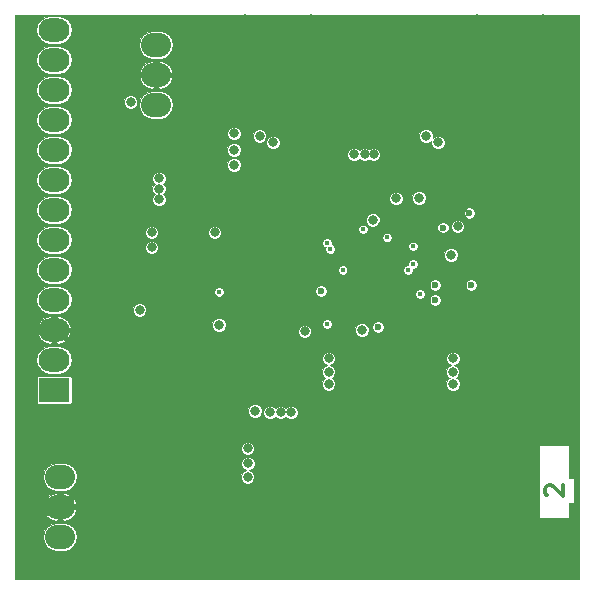
<source format=gbr>
G04 #@! TF.GenerationSoftware,KiCad,Pcbnew,5.0.2-bee76a0~70~ubuntu18.04.1*
G04 #@! TF.CreationDate,2020-07-03T21:26:00+02:00*
G04 #@! TF.ProjectId,lmx2594,6c6d7832-3539-4342-9e6b-696361645f70,rev?*
G04 #@! TF.SameCoordinates,PX463f660PY71d9820*
G04 #@! TF.FileFunction,Copper,L2,Inr*
G04 #@! TF.FilePolarity,Positive*
%FSLAX46Y46*%
G04 Gerber Fmt 4.6, Leading zero omitted, Abs format (unit mm)*
G04 Created by KiCad (PCBNEW 5.0.2-bee76a0~70~ubuntu18.04.1) date fre  3 jul 2020 21:26:00*
%MOMM*%
%LPD*%
G01*
G04 APERTURE LIST*
G04 #@! TA.AperFunction,NonConductor*
%ADD10C,0.300000*%
G04 #@! TD*
G04 #@! TA.AperFunction,ViaPad*
%ADD11R,2.600000X2.000000*%
G04 #@! TD*
G04 #@! TA.AperFunction,ViaPad*
%ADD12O,2.600000X2.000000*%
G04 #@! TD*
G04 #@! TA.AperFunction,ViaPad*
%ADD13O,2.540000X2.032000*%
G04 #@! TD*
G04 #@! TA.AperFunction,ViaPad*
%ADD14C,0.800000*%
G04 #@! TD*
G04 #@! TA.AperFunction,ViaPad*
%ADD15C,0.450000*%
G04 #@! TD*
G04 #@! TA.AperFunction,ViaPad*
%ADD16C,0.600000*%
G04 #@! TD*
G04 #@! TA.AperFunction,Conductor*
%ADD17C,0.250000*%
G04 #@! TD*
G04 #@! TA.AperFunction,Conductor*
%ADD18C,0.292100*%
G04 #@! TD*
G04 #@! TA.AperFunction,Conductor*
%ADD19C,0.500000*%
G04 #@! TD*
G04 #@! TA.AperFunction,Conductor*
%ADD20C,1.500000*%
G04 #@! TD*
G04 #@! TA.AperFunction,Conductor*
%ADD21C,0.100000*%
G04 #@! TD*
G04 APERTURE END LIST*
D10*
X45295428Y7318429D02*
X45224000Y7389858D01*
X45152571Y7532715D01*
X45152571Y7889858D01*
X45224000Y8032715D01*
X45295428Y8104143D01*
X45438285Y8175572D01*
X45581142Y8175572D01*
X45795428Y8104143D01*
X46652571Y7247000D01*
X46652571Y8175572D01*
D11*
G04 #@! TO.N,/VIN*
G04 #@! TO.C,J3*
X3556000Y16256000D03*
D12*
G04 #@! TO.N,/5V_unfilt*
X3556000Y18796000D03*
G04 #@! TO.N,GND*
X3556000Y21336000D03*
G04 #@! TO.N,/3V3*
X3556000Y23876000D03*
G04 #@! TO.N,/SYNC*
X3556000Y26416000D03*
G04 #@! TO.N,/CE*
X3556000Y28956000D03*
G04 #@! TO.N,/RAMPDIR*
X3556000Y31496000D03*
G04 #@! TO.N,/RAMPCLK*
X3556000Y34036000D03*
G04 #@! TO.N,/SCK*
X3556000Y36576000D03*
G04 #@! TO.N,/SDI*
X3556000Y39116000D03*
G04 #@! TO.N,/MUX*
X3556000Y41656000D03*
G04 #@! TO.N,/CSB*
X3556000Y44196000D03*
G04 #@! TO.N,/SYSREFREQ*
X3556000Y46736000D03*
G04 #@! TD*
D13*
G04 #@! TO.N,GND*
G04 #@! TO.C,U1*
X12192000Y42926000D03*
G04 #@! TO.N,/9V*
X12192000Y45466000D03*
G04 #@! TO.N,/VIN*
X12192000Y40386000D03*
G04 #@! TD*
G04 #@! TO.N,GND*
G04 #@! TO.C,U4*
X4064000Y6350000D03*
G04 #@! TO.N,/5V_unfilt*
X4064000Y8890000D03*
G04 #@! TO.N,/VIN*
X4064000Y3810000D03*
G04 #@! TD*
D14*
G04 #@! TO.N,GND*
X36044000Y14224000D03*
X28968000Y14224000D03*
D15*
X31242000Y25019000D03*
D14*
X24650000Y27432000D03*
X24662000Y23368000D03*
X24650000Y24638000D03*
X24650000Y25908000D03*
X37326000Y23876000D03*
X30988000Y20078000D03*
X33782000Y20078000D03*
D15*
X28702000Y20090000D03*
X31242000Y25654000D03*
X30607000Y26289000D03*
X29972000Y27559000D03*
X30607000Y27559000D03*
X31242000Y27559000D03*
X31877000Y27559000D03*
X29972000Y26924000D03*
X31877000Y26924000D03*
X31242000Y26924000D03*
X30607000Y26924000D03*
X29972000Y26289000D03*
X31877000Y26289000D03*
X31242000Y26289000D03*
X30607000Y25654000D03*
X31877000Y25654000D03*
X29972000Y25654000D03*
X29972000Y25019000D03*
X31877000Y25019000D03*
X30607000Y25019000D03*
D16*
X37326000Y25146000D03*
X40374000Y25146000D03*
X35756910Y31021013D03*
D14*
X44914000Y45879000D03*
X45752000Y40088000D03*
X39414000Y45879000D03*
X25229000Y45879000D03*
X19729000Y45879000D03*
X14859000Y43966000D03*
X14859000Y41735000D03*
X16446000Y33274000D03*
X9397376Y24764376D03*
X45879000Y20784000D03*
X45879000Y15284000D03*
X44914000Y2508000D03*
X39414000Y2508000D03*
X25356000Y2508000D03*
X19856000Y2508000D03*
X6096000Y6882000D03*
X24874000Y38191000D03*
X24164000Y38191000D03*
X22987000Y38143000D03*
X22098000Y38143000D03*
X24257000Y39116000D03*
X24257000Y37478002D03*
X23198000Y37211000D03*
X38963000Y38227000D03*
X38253000Y38227000D03*
X38354000Y37338000D03*
X38354000Y39243000D03*
X37168000Y37211000D03*
X37084000Y38143000D03*
X36195000Y38143000D03*
X45752000Y34588000D03*
X22733000Y17106950D03*
X20651845Y15783626D03*
X32512000Y33570000D03*
X38269000Y27686000D03*
X1397000Y4675000D03*
X1397000Y5993000D03*
X30861000Y43156000D03*
X32004000Y35699000D03*
X40616000Y21590000D03*
X14478000Y27686000D03*
X15367000Y27686000D03*
X13589000Y27686000D03*
X13589000Y26797000D03*
X14478000Y26797000D03*
X15367000Y26797000D03*
X15367000Y28575000D03*
X14478000Y28575000D03*
X13589000Y28575000D03*
X16383000Y32385000D03*
X16383000Y34163000D03*
X19685000Y43942000D03*
X19685000Y44958000D03*
X19685000Y47625000D03*
X19685000Y46736000D03*
X25273000Y47625000D03*
X25273000Y46736000D03*
X25273000Y44958000D03*
X25273000Y43942000D03*
X29090949Y32569910D03*
X28414987Y32188910D03*
X27017987Y32188910D03*
X39370000Y47625000D03*
X39370000Y43942000D03*
X39370000Y44958000D03*
X39370000Y46736000D03*
X44958000Y47625000D03*
X44958000Y43942000D03*
X44958000Y44958000D03*
X44958000Y46736000D03*
X47625000Y40132000D03*
X46736000Y40132000D03*
X43942000Y40132000D03*
X44831000Y40132000D03*
X47625000Y34544000D03*
X43942000Y34544000D03*
X44831000Y34544000D03*
X46736000Y34544000D03*
X47625000Y20828000D03*
X43942000Y20828000D03*
X44831000Y20828000D03*
X46736000Y20828000D03*
X47625000Y15240000D03*
X46736000Y15240000D03*
X44831000Y15240000D03*
X43942000Y15240000D03*
X44958000Y635000D03*
X44958000Y1524000D03*
X44958000Y4318000D03*
X44958000Y3429000D03*
X39370000Y635000D03*
X39370000Y1524000D03*
X39370000Y3429000D03*
X39370000Y4318000D03*
X25400000Y635000D03*
X25400000Y1524000D03*
X25400000Y4318000D03*
X25400000Y3429000D03*
X19685000Y635000D03*
X19685000Y1524000D03*
X19685000Y3429000D03*
X19685000Y4318000D03*
X15748000Y43942000D03*
X15748000Y41783000D03*
X11938000Y18161000D03*
X23622000Y17106950D03*
X21844000Y17145000D03*
X31750000Y43180000D03*
X29845000Y43180000D03*
X40640000Y22479000D03*
X40640000Y20701000D03*
X9779000Y16256000D03*
X14351000Y1294000D03*
X11811000Y1294000D03*
X16891000Y5461000D03*
X26670000Y35052000D03*
X40767000Y36195000D03*
X40767000Y35052000D03*
G04 #@! TO.N,/VIN*
X10033000Y40640000D03*
D16*
G04 #@! TO.N,/VRF*
X38874000Y25146000D03*
D14*
X37297360Y17780000D03*
X37338000Y18923000D03*
D16*
X38711000Y31242000D03*
D14*
X37297360Y17780000D03*
X37338000Y16764000D03*
X34459000Y32512000D03*
X37719000Y30099000D03*
D16*
G04 #@! TO.N,/VCC*
X35826000Y23876000D03*
X26150000Y24638000D03*
D14*
X30532015Y30659015D03*
D16*
X35826000Y25146000D03*
D14*
X24765000Y21209000D03*
D16*
X36494910Y30005013D03*
X30988000Y21578000D03*
D14*
X30607000Y36195000D03*
X29845000Y36195000D03*
X28956000Y36195000D03*
G04 #@! TO.N,GND*
X26718782Y36185304D03*
D15*
G04 #@! TO.N,/MUX*
X33941998Y28412000D03*
X17526000Y24564500D03*
G04 #@! TO.N,/RAMPDIR*
X26928043Y28185914D03*
G04 #@! TO.N,/RAMPCLK*
X26670000Y28702000D03*
G04 #@! TO.N,/SCK*
X33528000Y26416000D03*
G04 #@! TO.N,/SDI*
X33941998Y26912000D03*
G04 #@! TO.N,/CSB*
X31738000Y29162000D03*
G04 #@! TO.N,/CE*
X26670000Y21844000D03*
D14*
G04 #@! TO.N,/SYNC*
X29604002Y21320492D03*
G04 #@! TO.N,/3V3*
X26797000Y17780000D03*
X12446000Y33274000D03*
X11811000Y28321000D03*
X11811000Y29591000D03*
X17526000Y21752980D03*
X12446000Y32385000D03*
X12446000Y34163000D03*
X26797000Y18923000D03*
X26797000Y16764000D03*
X18796000Y36576000D03*
X18796000Y37973000D03*
X18796000Y35306000D03*
G04 #@! TO.N,/RFA_BIAS*
X32512000Y32470000D03*
G04 #@! TO.N,/RFB_BIAS*
X37169000Y27686000D03*
D15*
G04 #@! TO.N,/VTUNE*
X27988000Y26412000D03*
G04 #@! TO.N,/CPOUT*
X34532000Y24389000D03*
D14*
G04 #@! TO.N,/5V*
X19982180Y10033000D03*
X17145000Y29591000D03*
X10795000Y23011980D03*
X20574000Y14478000D03*
X22733000Y14351000D03*
X19939000Y8890000D03*
X19939000Y11303000D03*
X23622000Y14351000D03*
X21844000Y14351000D03*
G04 #@! TO.N,/9V*
X22098000Y37211000D03*
X36068000Y37211000D03*
X35052000Y37743000D03*
X20955000Y37743000D03*
D15*
G04 #@! TO.N,Net-(U3-Pad28)*
X29718000Y29845000D03*
G04 #@! TD*
D17*
G04 #@! TO.N,GND*
X37338000Y23150999D02*
X39623999Y23150999D01*
X40349000Y23876000D02*
X40374000Y23876000D01*
X39623999Y23150999D02*
X40349000Y23876000D01*
X41402000Y31242000D02*
X40132000Y32512000D01*
X36068000Y32512000D02*
X35560000Y32512000D01*
X40132000Y32512000D02*
X36068000Y32512000D01*
X24662000Y23368000D02*
X26250000Y23368000D01*
X26250000Y23368000D02*
X29718000Y19900000D01*
X24662000Y23368000D02*
X24662000Y24626000D01*
X24662000Y24626000D02*
X24650000Y24638000D01*
X24650000Y25908000D02*
X24650000Y24638000D01*
X24650000Y27432000D02*
X24650000Y25908000D01*
X31862240Y19900000D02*
X31892686Y19869554D01*
X31892686Y19869554D02*
X33327063Y19869554D01*
X31496000Y19900000D02*
X31862240Y19900000D01*
X33327063Y19869554D02*
X33362605Y19905096D01*
X36608508Y23150999D02*
X37338000Y23150999D01*
X33362605Y19905096D02*
X36608508Y23150999D01*
X37326000Y23876000D02*
X37326000Y25908000D01*
X37326000Y23876000D02*
X37326000Y23162999D01*
X37326000Y23162999D02*
X37338000Y23150999D01*
X37326000Y25908000D02*
X37904942Y25908000D01*
X37904942Y25908000D02*
X38031942Y26035000D01*
X38833888Y27173888D02*
X40108000Y28448000D01*
X40108000Y28448000D02*
X40108000Y28575000D01*
X40108000Y29948000D02*
X41402000Y31242000D01*
X40108000Y28575000D02*
X40108000Y29948000D01*
X30988000Y20078000D02*
X31318000Y20078000D01*
X31318000Y20078000D02*
X31496000Y19900000D01*
X33782000Y20078000D02*
X33535509Y20078000D01*
X33535509Y20078000D02*
X33327063Y19869554D01*
X29718000Y19900000D02*
X31496000Y19900000D01*
X29517000Y19900000D02*
X29718000Y19900000D01*
X29327000Y20090000D02*
X29517000Y19900000D01*
X28702000Y20090000D02*
X29327000Y20090000D01*
X30456000Y26416000D02*
X31242000Y25630000D01*
X29694000Y26416000D02*
X30456000Y26416000D01*
D18*
X40374000Y25146000D02*
X39850449Y25146000D01*
X39850449Y25146000D02*
X38961449Y26035000D01*
X38961449Y26035000D02*
X38031942Y26035000D01*
D17*
X37326000Y25908000D02*
X36676000Y25908000D01*
X36676000Y25908000D02*
X36123999Y26460001D01*
X32101999Y24794001D02*
X31877000Y25019000D01*
X34488001Y26460001D02*
X32920000Y24892000D01*
X32172001Y24794001D02*
X32101999Y24794001D01*
X32920000Y24892000D02*
X32270000Y24892000D01*
X36123999Y26460001D02*
X34488001Y26460001D01*
X32270000Y24892000D02*
X32172001Y24794001D01*
D18*
X35756910Y31021013D02*
X35756910Y31299090D01*
D19*
X3707000Y5993000D02*
X4064000Y6350000D01*
X5564000Y6350000D02*
X6096000Y6882000D01*
X4064000Y6350000D02*
X5564000Y6350000D01*
X12700000Y1573000D02*
X12700000Y1548000D01*
X7391000Y6882000D02*
X12700000Y1573000D01*
X6096000Y6882000D02*
X7391000Y6882000D01*
X18896000Y1548000D02*
X19856000Y2508000D01*
X12700000Y1548000D02*
X18896000Y1548000D01*
X19856000Y3380000D02*
X17780000Y5456000D01*
X19856000Y2508000D02*
X19856000Y3380000D01*
X26606000Y2508000D02*
X39414000Y2508000D01*
X25356000Y2508000D02*
X26606000Y2508000D01*
X24106000Y2508000D02*
X19856000Y2508000D01*
X25356000Y2508000D02*
X24106000Y2508000D01*
X39414000Y2508000D02*
X44914000Y2508000D01*
X44914000Y14319000D02*
X45879000Y15284000D01*
X45879000Y16534000D02*
X45879000Y20784000D01*
X45879000Y15284000D02*
X45879000Y16534000D01*
X45879000Y34461000D02*
X45752000Y34588000D01*
X45879000Y20784000D02*
X45879000Y34461000D01*
X45752000Y35838000D02*
X45752000Y40088000D01*
X45752000Y45041000D02*
X44914000Y45879000D01*
X45752000Y40088000D02*
X45752000Y45041000D01*
X44914000Y45879000D02*
X39414000Y45879000D01*
X25229000Y45879000D02*
X19729000Y45879000D01*
X17816000Y43966000D02*
X19729000Y45879000D01*
X14859000Y43966000D02*
X17816000Y43966000D01*
X3856000Y21336000D02*
X3556000Y21336000D01*
X5356000Y19836000D02*
X3856000Y21336000D01*
X5356000Y19536000D02*
X5356000Y19836000D01*
X6764000Y18128000D02*
X5356000Y19536000D01*
X13716000Y18128000D02*
X6764000Y18128000D01*
X6764000Y21565315D02*
X6764000Y18128000D01*
X9397376Y24198691D02*
X6764000Y21565315D01*
X9397376Y24764376D02*
X9397376Y24198691D01*
X4318000Y6350000D02*
X4064000Y6350000D01*
X6764000Y8796000D02*
X4318000Y6350000D01*
X6764000Y18128000D02*
X6764000Y8796000D01*
D18*
X40767000Y33147000D02*
X40767000Y34602000D01*
X40132000Y32512000D02*
X40767000Y33147000D01*
X40667000Y34602000D02*
X40767000Y34602000D01*
X45738000Y34602000D02*
X45752000Y34588000D01*
X40767000Y34602000D02*
X45738000Y34602000D01*
D19*
X11731500Y27098500D02*
X13890500Y27098500D01*
X9397376Y24764376D02*
X11731500Y27098500D01*
X27019000Y41275000D02*
X27019000Y45593000D01*
X27019000Y45593000D02*
X27305000Y45879000D01*
X39414000Y45879000D02*
X27305000Y45879000D01*
X27305000Y45879000D02*
X25229000Y45879000D01*
X24860000Y39116000D02*
X27019000Y41275000D01*
X24257000Y39116000D02*
X24860000Y39116000D01*
X33782000Y19178000D02*
X33782000Y20078000D01*
X33782000Y15586000D02*
X33782000Y19178000D01*
X35144000Y14224000D02*
X33782000Y15586000D01*
X36044000Y14224000D02*
X35144000Y14224000D01*
X28968000Y19824000D02*
X28702000Y20090000D01*
X28968000Y14224000D02*
X28968000Y19824000D01*
X16645000Y5456000D02*
X17780000Y5456000D01*
X9779000Y12322000D02*
X16645000Y5456000D01*
X9779000Y16256000D02*
X9779000Y12322000D01*
X21409676Y15783626D02*
X22733000Y17106950D01*
X20651845Y15783626D02*
X21409676Y15783626D01*
X25615950Y14224000D02*
X28968000Y14224000D01*
X22733000Y17106950D02*
X25615950Y14224000D01*
D17*
X33335998Y33570000D02*
X32512000Y33570000D01*
X31496000Y32504000D02*
X32512000Y33520000D01*
X31496000Y32500000D02*
X31496000Y32504000D01*
X32512000Y33520000D02*
X32512000Y33570000D01*
D19*
X38281000Y26924000D02*
X38833888Y26924000D01*
X38269000Y26936000D02*
X38281000Y26924000D01*
X38269000Y27686000D02*
X38269000Y26936000D01*
D17*
X38833888Y26836946D02*
X38833888Y26924000D01*
X38833888Y26924000D02*
X38833888Y27173888D01*
D19*
X38833888Y26162561D02*
X38961449Y26035000D01*
X38833888Y26924000D02*
X38833888Y26162561D01*
D20*
X1754000Y6350000D02*
X1397000Y5993000D01*
X4064000Y6350000D02*
X1754000Y6350000D01*
D19*
X28900000Y43156000D02*
X27019000Y41275000D01*
X30861000Y43156000D02*
X28900000Y43156000D01*
X32004000Y34078000D02*
X32512000Y33570000D01*
X32004000Y35699000D02*
X32004000Y34078000D01*
X40616000Y23609000D02*
X40616000Y21590000D01*
X40349000Y23876000D02*
X40616000Y23609000D01*
X36195000Y38143000D02*
X37084000Y38143000D01*
X37084000Y37295000D02*
X37168000Y37211000D01*
X37084000Y38143000D02*
X37084000Y37295000D01*
X38227000Y37211000D02*
X38354000Y37338000D01*
X37168000Y37211000D02*
X38227000Y37211000D01*
X38253000Y37439000D02*
X38354000Y37338000D01*
X38253000Y38227000D02*
X38253000Y37439000D01*
X38253000Y38227000D02*
X38963000Y38227000D01*
X38354000Y38328000D02*
X38253000Y38227000D01*
X38354000Y39243000D02*
X38354000Y38328000D01*
X45752000Y35838000D02*
X45752000Y34588000D01*
X43363000Y38227000D02*
X45752000Y35838000D01*
X38963000Y38227000D02*
X43363000Y38227000D01*
D18*
X28448000Y32500000D02*
X28448000Y32536000D01*
D17*
X28448000Y32500000D02*
X31496000Y32500000D01*
D19*
X27017987Y32188910D02*
X28414987Y32188910D01*
X15367000Y31369000D02*
X16383000Y32385000D01*
X15367000Y28575000D02*
X15367000Y31369000D01*
X13890500Y27098500D02*
X13589000Y26797000D01*
X14351000Y1294000D02*
X11811000Y1294000D01*
X12700000Y1308000D02*
X12700000Y1548000D01*
X12686000Y1294000D02*
X12700000Y1308000D01*
X11811000Y1294000D02*
X12686000Y1294000D01*
X39769999Y9174999D02*
X44914000Y14319000D01*
X39769999Y4717999D02*
X39769999Y9174999D01*
X39370000Y4318000D02*
X39769999Y4717999D01*
X35756910Y32315090D02*
X35560000Y32512000D01*
X35756910Y31021013D02*
X35756910Y32315090D01*
X35560000Y32560962D02*
X35560000Y32512000D01*
X34550962Y33570000D02*
X35560000Y32560962D01*
X33335998Y33570000D02*
X34550962Y33570000D01*
X40767000Y36195000D02*
X40767000Y35052000D01*
X40767000Y35052000D02*
X40767000Y34602000D01*
X26718782Y35100782D02*
X26670000Y35052000D01*
X26718782Y36185304D02*
X26718782Y35100782D01*
X26718782Y34942077D02*
X29090949Y32569910D01*
X26718782Y36185304D02*
X26718782Y34942077D01*
G04 #@! TD*
D21*
G04 #@! TO.N,GND*
G36*
X48035000Y225000D02*
X225000Y225000D01*
X225000Y3810000D01*
X2593628Y3810000D01*
X2686219Y3344515D01*
X2949895Y2949895D01*
X3344515Y2686219D01*
X3692501Y2617000D01*
X4435499Y2617000D01*
X4783485Y2686219D01*
X5178105Y2949895D01*
X5441781Y3344515D01*
X5534372Y3810000D01*
X5441781Y4275485D01*
X5178105Y4670105D01*
X4783485Y4933781D01*
X4435499Y5003000D01*
X3692501Y5003000D01*
X3344515Y4933781D01*
X2949895Y4670105D01*
X2686219Y4275485D01*
X2593628Y3810000D01*
X225000Y3810000D01*
X225000Y6146000D01*
X2700092Y6146000D01*
X2708031Y5968922D01*
X2892547Y5621628D01*
X3241120Y5325978D01*
X3676300Y5186226D01*
X3860000Y5217139D01*
X3860000Y6146000D01*
X4268000Y6146000D01*
X4268000Y5217139D01*
X4451700Y5186226D01*
X4886880Y5325978D01*
X5235453Y5621628D01*
X5419969Y5968922D01*
X5427908Y6146000D01*
X4268000Y6146000D01*
X3860000Y6146000D01*
X2700092Y6146000D01*
X225000Y6146000D01*
X225000Y6554000D01*
X2700092Y6554000D01*
X3860000Y6554000D01*
X3860000Y7482861D01*
X4268000Y7482861D01*
X4268000Y6554000D01*
X5427908Y6554000D01*
X5419969Y6731078D01*
X5235453Y7078372D01*
X4886880Y7374022D01*
X4451700Y7513774D01*
X4268000Y7482861D01*
X3860000Y7482861D01*
X3676300Y7513774D01*
X3241120Y7374022D01*
X2892547Y7078372D01*
X2708031Y6731078D01*
X2700092Y6554000D01*
X225000Y6554000D01*
X225000Y8890000D01*
X2593628Y8890000D01*
X2686219Y8424515D01*
X2949895Y8029895D01*
X3344515Y7766219D01*
X3692501Y7697000D01*
X4435499Y7697000D01*
X4783485Y7766219D01*
X5178105Y8029895D01*
X5441781Y8424515D01*
X5534372Y8890000D01*
X5511543Y9004772D01*
X19362000Y9004772D01*
X19362000Y8775228D01*
X19449843Y8563156D01*
X19612156Y8400843D01*
X19824228Y8313000D01*
X20053772Y8313000D01*
X20265844Y8400843D01*
X20428157Y8563156D01*
X20516000Y8775228D01*
X20516000Y8788286D01*
X44642000Y8788286D01*
X44642000Y6705715D01*
X44654000Y6705715D01*
X44654000Y5461000D01*
X44657806Y5441866D01*
X44668645Y5425645D01*
X44684866Y5414806D01*
X44704000Y5411000D01*
X47117000Y5411000D01*
X47136134Y5414806D01*
X47152355Y5425645D01*
X47163194Y5441866D01*
X47167000Y5461000D01*
X47167000Y6705715D01*
X47546000Y6705715D01*
X47546000Y8788286D01*
X47167000Y8788286D01*
X47167000Y11557000D01*
X47163194Y11576134D01*
X47152355Y11592355D01*
X47136134Y11603194D01*
X47117000Y11607000D01*
X44704000Y11607000D01*
X44684866Y11603194D01*
X44668645Y11592355D01*
X44657806Y11576134D01*
X44654000Y11557000D01*
X44654000Y8788286D01*
X44642000Y8788286D01*
X20516000Y8788286D01*
X20516000Y9004772D01*
X20428157Y9216844D01*
X20265844Y9379157D01*
X20080328Y9456000D01*
X20096952Y9456000D01*
X20309024Y9543843D01*
X20471337Y9706156D01*
X20559180Y9918228D01*
X20559180Y10147772D01*
X20471337Y10359844D01*
X20309024Y10522157D01*
X20096952Y10610000D01*
X19867408Y10610000D01*
X19655336Y10522157D01*
X19493023Y10359844D01*
X19405180Y10147772D01*
X19405180Y9918228D01*
X19493023Y9706156D01*
X19655336Y9543843D01*
X19840852Y9467000D01*
X19824228Y9467000D01*
X19612156Y9379157D01*
X19449843Y9216844D01*
X19362000Y9004772D01*
X5511543Y9004772D01*
X5441781Y9355485D01*
X5178105Y9750105D01*
X4783485Y10013781D01*
X4435499Y10083000D01*
X3692501Y10083000D01*
X3344515Y10013781D01*
X2949895Y9750105D01*
X2686219Y9355485D01*
X2593628Y8890000D01*
X225000Y8890000D01*
X225000Y11417772D01*
X19362000Y11417772D01*
X19362000Y11188228D01*
X19449843Y10976156D01*
X19612156Y10813843D01*
X19824228Y10726000D01*
X20053772Y10726000D01*
X20265844Y10813843D01*
X20428157Y10976156D01*
X20516000Y11188228D01*
X20516000Y11417772D01*
X20428157Y11629844D01*
X20265844Y11792157D01*
X20053772Y11880000D01*
X19824228Y11880000D01*
X19612156Y11792157D01*
X19449843Y11629844D01*
X19362000Y11417772D01*
X225000Y11417772D01*
X225000Y14592772D01*
X19997000Y14592772D01*
X19997000Y14363228D01*
X20084843Y14151156D01*
X20247156Y13988843D01*
X20459228Y13901000D01*
X20688772Y13901000D01*
X20900844Y13988843D01*
X21063157Y14151156D01*
X21151000Y14363228D01*
X21151000Y14465772D01*
X21267000Y14465772D01*
X21267000Y14236228D01*
X21354843Y14024156D01*
X21517156Y13861843D01*
X21729228Y13774000D01*
X21958772Y13774000D01*
X22170844Y13861843D01*
X22288500Y13979499D01*
X22406156Y13861843D01*
X22618228Y13774000D01*
X22847772Y13774000D01*
X23059844Y13861843D01*
X23177500Y13979499D01*
X23295156Y13861843D01*
X23507228Y13774000D01*
X23736772Y13774000D01*
X23948844Y13861843D01*
X24111157Y14024156D01*
X24199000Y14236228D01*
X24199000Y14465772D01*
X24111157Y14677844D01*
X23948844Y14840157D01*
X23736772Y14928000D01*
X23507228Y14928000D01*
X23295156Y14840157D01*
X23177500Y14722501D01*
X23059844Y14840157D01*
X22847772Y14928000D01*
X22618228Y14928000D01*
X22406156Y14840157D01*
X22288500Y14722501D01*
X22170844Y14840157D01*
X21958772Y14928000D01*
X21729228Y14928000D01*
X21517156Y14840157D01*
X21354843Y14677844D01*
X21267000Y14465772D01*
X21151000Y14465772D01*
X21151000Y14592772D01*
X21063157Y14804844D01*
X20900844Y14967157D01*
X20688772Y15055000D01*
X20459228Y15055000D01*
X20247156Y14967157D01*
X20084843Y14804844D01*
X19997000Y14592772D01*
X225000Y14592772D01*
X225000Y17256000D01*
X2075533Y17256000D01*
X2075533Y15256000D01*
X2089270Y15186938D01*
X2128391Y15128391D01*
X2186938Y15089270D01*
X2256000Y15075533D01*
X4856000Y15075533D01*
X4925062Y15089270D01*
X4983609Y15128391D01*
X5022730Y15186938D01*
X5036467Y15256000D01*
X5036467Y17256000D01*
X5022730Y17325062D01*
X4983609Y17383609D01*
X4925062Y17422730D01*
X4856000Y17436467D01*
X2256000Y17436467D01*
X2186938Y17422730D01*
X2128391Y17383609D01*
X2089270Y17325062D01*
X2075533Y17256000D01*
X225000Y17256000D01*
X225000Y18796000D01*
X2055942Y18796000D01*
X2147291Y18336758D01*
X2407431Y17947431D01*
X2796758Y17687291D01*
X3140080Y17619000D01*
X3971920Y17619000D01*
X4315242Y17687291D01*
X4704569Y17947431D01*
X4964709Y18336758D01*
X5056058Y18796000D01*
X5007967Y19037772D01*
X26220000Y19037772D01*
X26220000Y18808228D01*
X26307843Y18596156D01*
X26470156Y18433843D01*
X26668950Y18351500D01*
X26470156Y18269157D01*
X26307843Y18106844D01*
X26220000Y17894772D01*
X26220000Y17665228D01*
X26307843Y17453156D01*
X26470156Y17290843D01*
X26515647Y17272000D01*
X26470156Y17253157D01*
X26307843Y17090844D01*
X26220000Y16878772D01*
X26220000Y16649228D01*
X26307843Y16437156D01*
X26470156Y16274843D01*
X26682228Y16187000D01*
X26911772Y16187000D01*
X27123844Y16274843D01*
X27286157Y16437156D01*
X27374000Y16649228D01*
X27374000Y16878772D01*
X27286157Y17090844D01*
X27123844Y17253157D01*
X27078353Y17272000D01*
X27123844Y17290843D01*
X27286157Y17453156D01*
X27374000Y17665228D01*
X27374000Y17894772D01*
X36720360Y17894772D01*
X36720360Y17665228D01*
X36808203Y17453156D01*
X36970516Y17290843D01*
X37036327Y17263583D01*
X37011156Y17253157D01*
X36848843Y17090844D01*
X36761000Y16878772D01*
X36761000Y16649228D01*
X36848843Y16437156D01*
X37011156Y16274843D01*
X37223228Y16187000D01*
X37452772Y16187000D01*
X37664844Y16274843D01*
X37827157Y16437156D01*
X37915000Y16649228D01*
X37915000Y16878772D01*
X37827157Y17090844D01*
X37664844Y17253157D01*
X37599033Y17280417D01*
X37624204Y17290843D01*
X37786517Y17453156D01*
X37874360Y17665228D01*
X37874360Y17894772D01*
X37786517Y18106844D01*
X37624204Y18269157D01*
X37438688Y18346000D01*
X37452772Y18346000D01*
X37664844Y18433843D01*
X37827157Y18596156D01*
X37915000Y18808228D01*
X37915000Y19037772D01*
X37827157Y19249844D01*
X37664844Y19412157D01*
X37452772Y19500000D01*
X37223228Y19500000D01*
X37011156Y19412157D01*
X36848843Y19249844D01*
X36761000Y19037772D01*
X36761000Y18808228D01*
X36848843Y18596156D01*
X37011156Y18433843D01*
X37196672Y18357000D01*
X37182588Y18357000D01*
X36970516Y18269157D01*
X36808203Y18106844D01*
X36720360Y17894772D01*
X27374000Y17894772D01*
X27286157Y18106844D01*
X27123844Y18269157D01*
X26925050Y18351500D01*
X27123844Y18433843D01*
X27286157Y18596156D01*
X27374000Y18808228D01*
X27374000Y19037772D01*
X27286157Y19249844D01*
X27123844Y19412157D01*
X26911772Y19500000D01*
X26682228Y19500000D01*
X26470156Y19412157D01*
X26307843Y19249844D01*
X26220000Y19037772D01*
X5007967Y19037772D01*
X4964709Y19255242D01*
X4704569Y19644569D01*
X4315242Y19904709D01*
X3971920Y19973000D01*
X3140080Y19973000D01*
X2796758Y19904709D01*
X2407431Y19644569D01*
X2147291Y19255242D01*
X2055942Y18796000D01*
X225000Y18796000D01*
X225000Y21132000D01*
X2162364Y21132000D01*
X2170085Y20957465D01*
X2375203Y20577401D01*
X2732553Y20298079D01*
X3169593Y20176771D01*
X3352000Y20215026D01*
X3352000Y21132000D01*
X3760000Y21132000D01*
X3760000Y20215026D01*
X3942407Y20176771D01*
X4379447Y20298079D01*
X4736797Y20577401D01*
X4941915Y20957465D01*
X4949636Y21132000D01*
X3760000Y21132000D01*
X3352000Y21132000D01*
X2162364Y21132000D01*
X225000Y21132000D01*
X225000Y21540000D01*
X2162364Y21540000D01*
X3352000Y21540000D01*
X3352000Y22456974D01*
X3760000Y22456974D01*
X3760000Y21540000D01*
X4949636Y21540000D01*
X4941915Y21714535D01*
X4859225Y21867752D01*
X16949000Y21867752D01*
X16949000Y21638208D01*
X17036843Y21426136D01*
X17199156Y21263823D01*
X17411228Y21175980D01*
X17640772Y21175980D01*
X17852844Y21263823D01*
X17912793Y21323772D01*
X24188000Y21323772D01*
X24188000Y21094228D01*
X24275843Y20882156D01*
X24438156Y20719843D01*
X24650228Y20632000D01*
X24879772Y20632000D01*
X25091844Y20719843D01*
X25254157Y20882156D01*
X25342000Y21094228D01*
X25342000Y21323772D01*
X25295819Y21435264D01*
X29027002Y21435264D01*
X29027002Y21205720D01*
X29114845Y20993648D01*
X29277158Y20831335D01*
X29489230Y20743492D01*
X29718774Y20743492D01*
X29930846Y20831335D01*
X30093159Y20993648D01*
X30181002Y21205720D01*
X30181002Y21435264D01*
X30093159Y21647336D01*
X30067614Y21672881D01*
X30511000Y21672881D01*
X30511000Y21483119D01*
X30583619Y21307801D01*
X30717801Y21173619D01*
X30893119Y21101000D01*
X31082881Y21101000D01*
X31258199Y21173619D01*
X31392381Y21307801D01*
X31465000Y21483119D01*
X31465000Y21672881D01*
X31392381Y21848199D01*
X31258199Y21982381D01*
X31082881Y22055000D01*
X30893119Y22055000D01*
X30717801Y21982381D01*
X30583619Y21848199D01*
X30511000Y21672881D01*
X30067614Y21672881D01*
X29930846Y21809649D01*
X29718774Y21897492D01*
X29489230Y21897492D01*
X29277158Y21809649D01*
X29114845Y21647336D01*
X29027002Y21435264D01*
X25295819Y21435264D01*
X25254157Y21535844D01*
X25091844Y21698157D01*
X24879772Y21786000D01*
X24650228Y21786000D01*
X24438156Y21698157D01*
X24275843Y21535844D01*
X24188000Y21323772D01*
X17912793Y21323772D01*
X18015157Y21426136D01*
X18103000Y21638208D01*
X18103000Y21867752D01*
X18079717Y21923963D01*
X26268000Y21923963D01*
X26268000Y21764037D01*
X26329201Y21616285D01*
X26442285Y21503201D01*
X26590037Y21442000D01*
X26749963Y21442000D01*
X26897715Y21503201D01*
X27010799Y21616285D01*
X27072000Y21764037D01*
X27072000Y21923963D01*
X27010799Y22071715D01*
X26897715Y22184799D01*
X26749963Y22246000D01*
X26590037Y22246000D01*
X26442285Y22184799D01*
X26329201Y22071715D01*
X26268000Y21923963D01*
X18079717Y21923963D01*
X18015157Y22079824D01*
X17852844Y22242137D01*
X17640772Y22329980D01*
X17411228Y22329980D01*
X17199156Y22242137D01*
X17036843Y22079824D01*
X16949000Y21867752D01*
X4859225Y21867752D01*
X4736797Y22094599D01*
X4379447Y22373921D01*
X3942407Y22495229D01*
X3760000Y22456974D01*
X3352000Y22456974D01*
X3169593Y22495229D01*
X2732553Y22373921D01*
X2375203Y22094599D01*
X2170085Y21714535D01*
X2162364Y21540000D01*
X225000Y21540000D01*
X225000Y23876000D01*
X2055942Y23876000D01*
X2147291Y23416758D01*
X2407431Y23027431D01*
X2796758Y22767291D01*
X3140080Y22699000D01*
X3971920Y22699000D01*
X4315242Y22767291D01*
X4704569Y23027431D01*
X4770933Y23126752D01*
X10218000Y23126752D01*
X10218000Y22897208D01*
X10305843Y22685136D01*
X10468156Y22522823D01*
X10680228Y22434980D01*
X10909772Y22434980D01*
X11121844Y22522823D01*
X11284157Y22685136D01*
X11372000Y22897208D01*
X11372000Y23126752D01*
X11284157Y23338824D01*
X11121844Y23501137D01*
X10909772Y23588980D01*
X10680228Y23588980D01*
X10468156Y23501137D01*
X10305843Y23338824D01*
X10218000Y23126752D01*
X4770933Y23126752D01*
X4964709Y23416758D01*
X5056058Y23876000D01*
X5037185Y23970881D01*
X35349000Y23970881D01*
X35349000Y23781119D01*
X35421619Y23605801D01*
X35555801Y23471619D01*
X35731119Y23399000D01*
X35920881Y23399000D01*
X36096199Y23471619D01*
X36230381Y23605801D01*
X36303000Y23781119D01*
X36303000Y23970881D01*
X36230381Y24146199D01*
X36096199Y24280381D01*
X35920881Y24353000D01*
X35731119Y24353000D01*
X35555801Y24280381D01*
X35421619Y24146199D01*
X35349000Y23970881D01*
X5037185Y23970881D01*
X4964709Y24335242D01*
X4758095Y24644463D01*
X17124000Y24644463D01*
X17124000Y24484537D01*
X17185201Y24336785D01*
X17298285Y24223701D01*
X17446037Y24162500D01*
X17605963Y24162500D01*
X17753715Y24223701D01*
X17866799Y24336785D01*
X17928000Y24484537D01*
X17928000Y24644463D01*
X17891376Y24732881D01*
X25673000Y24732881D01*
X25673000Y24543119D01*
X25745619Y24367801D01*
X25879801Y24233619D01*
X26055119Y24161000D01*
X26244881Y24161000D01*
X26420199Y24233619D01*
X26554381Y24367801D01*
X26596283Y24468963D01*
X34130000Y24468963D01*
X34130000Y24309037D01*
X34191201Y24161285D01*
X34304285Y24048201D01*
X34452037Y23987000D01*
X34611963Y23987000D01*
X34759715Y24048201D01*
X34872799Y24161285D01*
X34934000Y24309037D01*
X34934000Y24468963D01*
X34872799Y24616715D01*
X34759715Y24729799D01*
X34611963Y24791000D01*
X34452037Y24791000D01*
X34304285Y24729799D01*
X34191201Y24616715D01*
X34130000Y24468963D01*
X26596283Y24468963D01*
X26627000Y24543119D01*
X26627000Y24732881D01*
X26554381Y24908199D01*
X26420199Y25042381D01*
X26244881Y25115000D01*
X26055119Y25115000D01*
X25879801Y25042381D01*
X25745619Y24908199D01*
X25673000Y24732881D01*
X17891376Y24732881D01*
X17866799Y24792215D01*
X17753715Y24905299D01*
X17605963Y24966500D01*
X17446037Y24966500D01*
X17298285Y24905299D01*
X17185201Y24792215D01*
X17124000Y24644463D01*
X4758095Y24644463D01*
X4704569Y24724569D01*
X4315242Y24984709D01*
X3971920Y25053000D01*
X3140080Y25053000D01*
X2796758Y24984709D01*
X2407431Y24724569D01*
X2147291Y24335242D01*
X2055942Y23876000D01*
X225000Y23876000D01*
X225000Y26416000D01*
X2055942Y26416000D01*
X2147291Y25956758D01*
X2407431Y25567431D01*
X2796758Y25307291D01*
X3140080Y25239000D01*
X3971920Y25239000D01*
X3981376Y25240881D01*
X35349000Y25240881D01*
X35349000Y25051119D01*
X35421619Y24875801D01*
X35555801Y24741619D01*
X35731119Y24669000D01*
X35920881Y24669000D01*
X36096199Y24741619D01*
X36230381Y24875801D01*
X36303000Y25051119D01*
X36303000Y25240881D01*
X38397000Y25240881D01*
X38397000Y25051119D01*
X38469619Y24875801D01*
X38603801Y24741619D01*
X38779119Y24669000D01*
X38968881Y24669000D01*
X39144199Y24741619D01*
X39278381Y24875801D01*
X39351000Y25051119D01*
X39351000Y25240881D01*
X39278381Y25416199D01*
X39144199Y25550381D01*
X38968881Y25623000D01*
X38779119Y25623000D01*
X38603801Y25550381D01*
X38469619Y25416199D01*
X38397000Y25240881D01*
X36303000Y25240881D01*
X36230381Y25416199D01*
X36096199Y25550381D01*
X35920881Y25623000D01*
X35731119Y25623000D01*
X35555801Y25550381D01*
X35421619Y25416199D01*
X35349000Y25240881D01*
X3981376Y25240881D01*
X4315242Y25307291D01*
X4704569Y25567431D01*
X4964709Y25956758D01*
X5056058Y26416000D01*
X5040949Y26491963D01*
X27586000Y26491963D01*
X27586000Y26332037D01*
X27647201Y26184285D01*
X27760285Y26071201D01*
X27908037Y26010000D01*
X28067963Y26010000D01*
X28215715Y26071201D01*
X28328799Y26184285D01*
X28390000Y26332037D01*
X28390000Y26491963D01*
X28388344Y26495963D01*
X33126000Y26495963D01*
X33126000Y26336037D01*
X33187201Y26188285D01*
X33300285Y26075201D01*
X33448037Y26014000D01*
X33607963Y26014000D01*
X33755715Y26075201D01*
X33868799Y26188285D01*
X33930000Y26336037D01*
X33930000Y26495963D01*
X33924186Y26510000D01*
X34021961Y26510000D01*
X34169713Y26571201D01*
X34282797Y26684285D01*
X34343998Y26832037D01*
X34343998Y26991963D01*
X34282797Y27139715D01*
X34169713Y27252799D01*
X34021961Y27314000D01*
X33862035Y27314000D01*
X33714283Y27252799D01*
X33601199Y27139715D01*
X33539998Y26991963D01*
X33539998Y26832037D01*
X33545812Y26818000D01*
X33448037Y26818000D01*
X33300285Y26756799D01*
X33187201Y26643715D01*
X33126000Y26495963D01*
X28388344Y26495963D01*
X28328799Y26639715D01*
X28215715Y26752799D01*
X28067963Y26814000D01*
X27908037Y26814000D01*
X27760285Y26752799D01*
X27647201Y26639715D01*
X27586000Y26491963D01*
X5040949Y26491963D01*
X4964709Y26875242D01*
X4704569Y27264569D01*
X4315242Y27524709D01*
X3971920Y27593000D01*
X3140080Y27593000D01*
X2796758Y27524709D01*
X2407431Y27264569D01*
X2147291Y26875242D01*
X2055942Y26416000D01*
X225000Y26416000D01*
X225000Y28956000D01*
X2055942Y28956000D01*
X2147291Y28496758D01*
X2407431Y28107431D01*
X2796758Y27847291D01*
X3140080Y27779000D01*
X3971920Y27779000D01*
X4315242Y27847291D01*
X4704569Y28107431D01*
X4923959Y28435772D01*
X11234000Y28435772D01*
X11234000Y28206228D01*
X11321843Y27994156D01*
X11484156Y27831843D01*
X11696228Y27744000D01*
X11925772Y27744000D01*
X12137844Y27831843D01*
X12300157Y27994156D01*
X12388000Y28206228D01*
X12388000Y28435772D01*
X12300157Y28647844D01*
X12166038Y28781963D01*
X26268000Y28781963D01*
X26268000Y28622037D01*
X26329201Y28474285D01*
X26442285Y28361201D01*
X26547479Y28317628D01*
X26526043Y28265877D01*
X26526043Y28105951D01*
X26587244Y27958199D01*
X26700328Y27845115D01*
X26848080Y27783914D01*
X27008006Y27783914D01*
X27048704Y27800772D01*
X36592000Y27800772D01*
X36592000Y27571228D01*
X36679843Y27359156D01*
X36842156Y27196843D01*
X37054228Y27109000D01*
X37283772Y27109000D01*
X37495844Y27196843D01*
X37658157Y27359156D01*
X37746000Y27571228D01*
X37746000Y27800772D01*
X37658157Y28012844D01*
X37495844Y28175157D01*
X37283772Y28263000D01*
X37054228Y28263000D01*
X36842156Y28175157D01*
X36679843Y28012844D01*
X36592000Y27800772D01*
X27048704Y27800772D01*
X27155758Y27845115D01*
X27268842Y27958199D01*
X27330043Y28105951D01*
X27330043Y28265877D01*
X27268842Y28413629D01*
X27190508Y28491963D01*
X33539998Y28491963D01*
X33539998Y28332037D01*
X33601199Y28184285D01*
X33714283Y28071201D01*
X33862035Y28010000D01*
X34021961Y28010000D01*
X34169713Y28071201D01*
X34282797Y28184285D01*
X34343998Y28332037D01*
X34343998Y28491963D01*
X34282797Y28639715D01*
X34169713Y28752799D01*
X34021961Y28814000D01*
X33862035Y28814000D01*
X33714283Y28752799D01*
X33601199Y28639715D01*
X33539998Y28491963D01*
X27190508Y28491963D01*
X27155758Y28526713D01*
X27050564Y28570286D01*
X27072000Y28622037D01*
X27072000Y28781963D01*
X27010799Y28929715D01*
X26897715Y29042799D01*
X26749963Y29104000D01*
X26590037Y29104000D01*
X26442285Y29042799D01*
X26329201Y28929715D01*
X26268000Y28781963D01*
X12166038Y28781963D01*
X12137844Y28810157D01*
X11925772Y28898000D01*
X11696228Y28898000D01*
X11484156Y28810157D01*
X11321843Y28647844D01*
X11234000Y28435772D01*
X4923959Y28435772D01*
X4964709Y28496758D01*
X5056058Y28956000D01*
X4964709Y29415242D01*
X4770584Y29705772D01*
X11234000Y29705772D01*
X11234000Y29476228D01*
X11321843Y29264156D01*
X11484156Y29101843D01*
X11696228Y29014000D01*
X11925772Y29014000D01*
X12137844Y29101843D01*
X12300157Y29264156D01*
X12388000Y29476228D01*
X12388000Y29705772D01*
X16568000Y29705772D01*
X16568000Y29476228D01*
X16655843Y29264156D01*
X16818156Y29101843D01*
X17030228Y29014000D01*
X17259772Y29014000D01*
X17471844Y29101843D01*
X17611964Y29241963D01*
X31336000Y29241963D01*
X31336000Y29082037D01*
X31397201Y28934285D01*
X31510285Y28821201D01*
X31658037Y28760000D01*
X31817963Y28760000D01*
X31965715Y28821201D01*
X32078799Y28934285D01*
X32140000Y29082037D01*
X32140000Y29241963D01*
X32078799Y29389715D01*
X31965715Y29502799D01*
X31817963Y29564000D01*
X31658037Y29564000D01*
X31510285Y29502799D01*
X31397201Y29389715D01*
X31336000Y29241963D01*
X17611964Y29241963D01*
X17634157Y29264156D01*
X17722000Y29476228D01*
X17722000Y29705772D01*
X17634157Y29917844D01*
X17627038Y29924963D01*
X29316000Y29924963D01*
X29316000Y29765037D01*
X29377201Y29617285D01*
X29490285Y29504201D01*
X29638037Y29443000D01*
X29797963Y29443000D01*
X29945715Y29504201D01*
X30058799Y29617285D01*
X30120000Y29765037D01*
X30120000Y29924963D01*
X30058799Y30072715D01*
X29945715Y30185799D01*
X29797963Y30247000D01*
X29638037Y30247000D01*
X29490285Y30185799D01*
X29377201Y30072715D01*
X29316000Y29924963D01*
X17627038Y29924963D01*
X17471844Y30080157D01*
X17259772Y30168000D01*
X17030228Y30168000D01*
X16818156Y30080157D01*
X16655843Y29917844D01*
X16568000Y29705772D01*
X12388000Y29705772D01*
X12300157Y29917844D01*
X12137844Y30080157D01*
X11925772Y30168000D01*
X11696228Y30168000D01*
X11484156Y30080157D01*
X11321843Y29917844D01*
X11234000Y29705772D01*
X4770584Y29705772D01*
X4704569Y29804569D01*
X4315242Y30064709D01*
X3971920Y30133000D01*
X3140080Y30133000D01*
X2796758Y30064709D01*
X2407431Y29804569D01*
X2147291Y29415242D01*
X2055942Y28956000D01*
X225000Y28956000D01*
X225000Y31496000D01*
X2055942Y31496000D01*
X2147291Y31036758D01*
X2407431Y30647431D01*
X2796758Y30387291D01*
X3140080Y30319000D01*
X3971920Y30319000D01*
X4315242Y30387291D01*
X4704569Y30647431D01*
X4788997Y30773787D01*
X29955015Y30773787D01*
X29955015Y30544243D01*
X30042858Y30332171D01*
X30205171Y30169858D01*
X30417243Y30082015D01*
X30646787Y30082015D01*
X30689950Y30099894D01*
X36017910Y30099894D01*
X36017910Y29910132D01*
X36090529Y29734814D01*
X36224711Y29600632D01*
X36400029Y29528013D01*
X36589791Y29528013D01*
X36765109Y29600632D01*
X36899291Y29734814D01*
X36971910Y29910132D01*
X36971910Y30099894D01*
X36924741Y30213772D01*
X37142000Y30213772D01*
X37142000Y29984228D01*
X37229843Y29772156D01*
X37392156Y29609843D01*
X37604228Y29522000D01*
X37833772Y29522000D01*
X38045844Y29609843D01*
X38208157Y29772156D01*
X38296000Y29984228D01*
X38296000Y30213772D01*
X38208157Y30425844D01*
X38045844Y30588157D01*
X37833772Y30676000D01*
X37604228Y30676000D01*
X37392156Y30588157D01*
X37229843Y30425844D01*
X37142000Y30213772D01*
X36924741Y30213772D01*
X36899291Y30275212D01*
X36765109Y30409394D01*
X36589791Y30482013D01*
X36400029Y30482013D01*
X36224711Y30409394D01*
X36090529Y30275212D01*
X36017910Y30099894D01*
X30689950Y30099894D01*
X30858859Y30169858D01*
X31021172Y30332171D01*
X31109015Y30544243D01*
X31109015Y30773787D01*
X31021172Y30985859D01*
X30858859Y31148172D01*
X30646787Y31236015D01*
X30417243Y31236015D01*
X30205171Y31148172D01*
X30042858Y30985859D01*
X29955015Y30773787D01*
X4788997Y30773787D01*
X4964709Y31036758D01*
X5024407Y31336881D01*
X38234000Y31336881D01*
X38234000Y31147119D01*
X38306619Y30971801D01*
X38440801Y30837619D01*
X38616119Y30765000D01*
X38805881Y30765000D01*
X38981199Y30837619D01*
X39115381Y30971801D01*
X39188000Y31147119D01*
X39188000Y31336881D01*
X39115381Y31512199D01*
X38981199Y31646381D01*
X38805881Y31719000D01*
X38616119Y31719000D01*
X38440801Y31646381D01*
X38306619Y31512199D01*
X38234000Y31336881D01*
X5024407Y31336881D01*
X5056058Y31496000D01*
X4964709Y31955242D01*
X4704569Y32344569D01*
X4315242Y32604709D01*
X3971920Y32673000D01*
X3140080Y32673000D01*
X2796758Y32604709D01*
X2407431Y32344569D01*
X2147291Y31955242D01*
X2055942Y31496000D01*
X225000Y31496000D01*
X225000Y34036000D01*
X2055942Y34036000D01*
X2147291Y33576758D01*
X2407431Y33187431D01*
X2796758Y32927291D01*
X3140080Y32859000D01*
X3971920Y32859000D01*
X4315242Y32927291D01*
X4704569Y33187431D01*
X4964709Y33576758D01*
X5056058Y34036000D01*
X5007967Y34277772D01*
X11869000Y34277772D01*
X11869000Y34048228D01*
X11956843Y33836156D01*
X12074499Y33718500D01*
X11956843Y33600844D01*
X11869000Y33388772D01*
X11869000Y33159228D01*
X11956843Y32947156D01*
X12074499Y32829500D01*
X11956843Y32711844D01*
X11869000Y32499772D01*
X11869000Y32270228D01*
X11956843Y32058156D01*
X12119156Y31895843D01*
X12331228Y31808000D01*
X12560772Y31808000D01*
X12772844Y31895843D01*
X12935157Y32058156D01*
X13023000Y32270228D01*
X13023000Y32499772D01*
X12987792Y32584772D01*
X31935000Y32584772D01*
X31935000Y32355228D01*
X32022843Y32143156D01*
X32185156Y31980843D01*
X32397228Y31893000D01*
X32626772Y31893000D01*
X32838844Y31980843D01*
X33001157Y32143156D01*
X33089000Y32355228D01*
X33089000Y32584772D01*
X33071604Y32626772D01*
X33882000Y32626772D01*
X33882000Y32397228D01*
X33969843Y32185156D01*
X34132156Y32022843D01*
X34344228Y31935000D01*
X34573772Y31935000D01*
X34785844Y32022843D01*
X34948157Y32185156D01*
X35036000Y32397228D01*
X35036000Y32626772D01*
X34948157Y32838844D01*
X34785844Y33001157D01*
X34573772Y33089000D01*
X34344228Y33089000D01*
X34132156Y33001157D01*
X33969843Y32838844D01*
X33882000Y32626772D01*
X33071604Y32626772D01*
X33001157Y32796844D01*
X32838844Y32959157D01*
X32626772Y33047000D01*
X32397228Y33047000D01*
X32185156Y32959157D01*
X32022843Y32796844D01*
X31935000Y32584772D01*
X12987792Y32584772D01*
X12935157Y32711844D01*
X12817501Y32829500D01*
X12935157Y32947156D01*
X13023000Y33159228D01*
X13023000Y33388772D01*
X12935157Y33600844D01*
X12817501Y33718500D01*
X12935157Y33836156D01*
X13023000Y34048228D01*
X13023000Y34277772D01*
X12935157Y34489844D01*
X12772844Y34652157D01*
X12560772Y34740000D01*
X12331228Y34740000D01*
X12119156Y34652157D01*
X11956843Y34489844D01*
X11869000Y34277772D01*
X5007967Y34277772D01*
X4964709Y34495242D01*
X4704569Y34884569D01*
X4315242Y35144709D01*
X3971920Y35213000D01*
X3140080Y35213000D01*
X2796758Y35144709D01*
X2407431Y34884569D01*
X2147291Y34495242D01*
X2055942Y34036000D01*
X225000Y34036000D01*
X225000Y36576000D01*
X2055942Y36576000D01*
X2147291Y36116758D01*
X2407431Y35727431D01*
X2796758Y35467291D01*
X3140080Y35399000D01*
X3971920Y35399000D01*
X4081375Y35420772D01*
X18219000Y35420772D01*
X18219000Y35191228D01*
X18306843Y34979156D01*
X18469156Y34816843D01*
X18681228Y34729000D01*
X18910772Y34729000D01*
X19122844Y34816843D01*
X19285157Y34979156D01*
X19373000Y35191228D01*
X19373000Y35420772D01*
X19285157Y35632844D01*
X19122844Y35795157D01*
X18910772Y35883000D01*
X18681228Y35883000D01*
X18469156Y35795157D01*
X18306843Y35632844D01*
X18219000Y35420772D01*
X4081375Y35420772D01*
X4315242Y35467291D01*
X4704569Y35727431D01*
X4964709Y36116758D01*
X5056058Y36576000D01*
X5033229Y36690772D01*
X18219000Y36690772D01*
X18219000Y36461228D01*
X18306843Y36249156D01*
X18469156Y36086843D01*
X18681228Y35999000D01*
X18910772Y35999000D01*
X19122844Y36086843D01*
X19285157Y36249156D01*
X19310264Y36309772D01*
X28379000Y36309772D01*
X28379000Y36080228D01*
X28466843Y35868156D01*
X28629156Y35705843D01*
X28841228Y35618000D01*
X29070772Y35618000D01*
X29282844Y35705843D01*
X29400500Y35823499D01*
X29518156Y35705843D01*
X29730228Y35618000D01*
X29959772Y35618000D01*
X30171844Y35705843D01*
X30226000Y35759999D01*
X30280156Y35705843D01*
X30492228Y35618000D01*
X30721772Y35618000D01*
X30933844Y35705843D01*
X31096157Y35868156D01*
X31184000Y36080228D01*
X31184000Y36309772D01*
X31096157Y36521844D01*
X30933844Y36684157D01*
X30721772Y36772000D01*
X30492228Y36772000D01*
X30280156Y36684157D01*
X30226000Y36630001D01*
X30171844Y36684157D01*
X29959772Y36772000D01*
X29730228Y36772000D01*
X29518156Y36684157D01*
X29400500Y36566501D01*
X29282844Y36684157D01*
X29070772Y36772000D01*
X28841228Y36772000D01*
X28629156Y36684157D01*
X28466843Y36521844D01*
X28379000Y36309772D01*
X19310264Y36309772D01*
X19373000Y36461228D01*
X19373000Y36690772D01*
X19285157Y36902844D01*
X19122844Y37065157D01*
X18910772Y37153000D01*
X18681228Y37153000D01*
X18469156Y37065157D01*
X18306843Y36902844D01*
X18219000Y36690772D01*
X5033229Y36690772D01*
X4964709Y37035242D01*
X4704569Y37424569D01*
X4315242Y37684709D01*
X3971920Y37753000D01*
X3140080Y37753000D01*
X2796758Y37684709D01*
X2407431Y37424569D01*
X2147291Y37035242D01*
X2055942Y36576000D01*
X225000Y36576000D01*
X225000Y39116000D01*
X2055942Y39116000D01*
X2147291Y38656758D01*
X2407431Y38267431D01*
X2796758Y38007291D01*
X3140080Y37939000D01*
X3971920Y37939000D01*
X4315242Y38007291D01*
X4435690Y38087772D01*
X18219000Y38087772D01*
X18219000Y37858228D01*
X18306843Y37646156D01*
X18469156Y37483843D01*
X18681228Y37396000D01*
X18910772Y37396000D01*
X19122844Y37483843D01*
X19285157Y37646156D01*
X19372811Y37857772D01*
X20378000Y37857772D01*
X20378000Y37628228D01*
X20465843Y37416156D01*
X20628156Y37253843D01*
X20840228Y37166000D01*
X21069772Y37166000D01*
X21281844Y37253843D01*
X21353773Y37325772D01*
X21521000Y37325772D01*
X21521000Y37096228D01*
X21608843Y36884156D01*
X21771156Y36721843D01*
X21983228Y36634000D01*
X22212772Y36634000D01*
X22424844Y36721843D01*
X22587157Y36884156D01*
X22675000Y37096228D01*
X22675000Y37325772D01*
X22587157Y37537844D01*
X22424844Y37700157D01*
X22212772Y37788000D01*
X21983228Y37788000D01*
X21771156Y37700157D01*
X21608843Y37537844D01*
X21521000Y37325772D01*
X21353773Y37325772D01*
X21444157Y37416156D01*
X21532000Y37628228D01*
X21532000Y37857772D01*
X34475000Y37857772D01*
X34475000Y37628228D01*
X34562843Y37416156D01*
X34725156Y37253843D01*
X34937228Y37166000D01*
X35166772Y37166000D01*
X35378844Y37253843D01*
X35519445Y37394444D01*
X35491000Y37325772D01*
X35491000Y37096228D01*
X35578843Y36884156D01*
X35741156Y36721843D01*
X35953228Y36634000D01*
X36182772Y36634000D01*
X36394844Y36721843D01*
X36557157Y36884156D01*
X36645000Y37096228D01*
X36645000Y37325772D01*
X36557157Y37537844D01*
X36394844Y37700157D01*
X36182772Y37788000D01*
X35953228Y37788000D01*
X35741156Y37700157D01*
X35600555Y37559556D01*
X35629000Y37628228D01*
X35629000Y37857772D01*
X35541157Y38069844D01*
X35378844Y38232157D01*
X35166772Y38320000D01*
X34937228Y38320000D01*
X34725156Y38232157D01*
X34562843Y38069844D01*
X34475000Y37857772D01*
X21532000Y37857772D01*
X21444157Y38069844D01*
X21281844Y38232157D01*
X21069772Y38320000D01*
X20840228Y38320000D01*
X20628156Y38232157D01*
X20465843Y38069844D01*
X20378000Y37857772D01*
X19372811Y37857772D01*
X19373000Y37858228D01*
X19373000Y38087772D01*
X19285157Y38299844D01*
X19122844Y38462157D01*
X18910772Y38550000D01*
X18681228Y38550000D01*
X18469156Y38462157D01*
X18306843Y38299844D01*
X18219000Y38087772D01*
X4435690Y38087772D01*
X4704569Y38267431D01*
X4964709Y38656758D01*
X5056058Y39116000D01*
X4964709Y39575242D01*
X4704569Y39964569D01*
X4315242Y40224709D01*
X3971920Y40293000D01*
X3140080Y40293000D01*
X2796758Y40224709D01*
X2407431Y39964569D01*
X2147291Y39575242D01*
X2055942Y39116000D01*
X225000Y39116000D01*
X225000Y41656000D01*
X2055942Y41656000D01*
X2147291Y41196758D01*
X2407431Y40807431D01*
X2796758Y40547291D01*
X3140080Y40479000D01*
X3971920Y40479000D01*
X4315242Y40547291D01*
X4625759Y40754772D01*
X9456000Y40754772D01*
X9456000Y40525228D01*
X9543843Y40313156D01*
X9706156Y40150843D01*
X9918228Y40063000D01*
X10147772Y40063000D01*
X10359844Y40150843D01*
X10522157Y40313156D01*
X10552329Y40386000D01*
X10721628Y40386000D01*
X10814219Y39920515D01*
X11077895Y39525895D01*
X11472515Y39262219D01*
X11820501Y39193000D01*
X12563499Y39193000D01*
X12911485Y39262219D01*
X13306105Y39525895D01*
X13569781Y39920515D01*
X13662372Y40386000D01*
X13569781Y40851485D01*
X13306105Y41246105D01*
X12911485Y41509781D01*
X12563499Y41579000D01*
X11820501Y41579000D01*
X11472515Y41509781D01*
X11077895Y41246105D01*
X10814219Y40851485D01*
X10721628Y40386000D01*
X10552329Y40386000D01*
X10610000Y40525228D01*
X10610000Y40754772D01*
X10522157Y40966844D01*
X10359844Y41129157D01*
X10147772Y41217000D01*
X9918228Y41217000D01*
X9706156Y41129157D01*
X9543843Y40966844D01*
X9456000Y40754772D01*
X4625759Y40754772D01*
X4704569Y40807431D01*
X4964709Y41196758D01*
X5056058Y41656000D01*
X4964709Y42115242D01*
X4704569Y42504569D01*
X4379161Y42722000D01*
X10828092Y42722000D01*
X10836031Y42544922D01*
X11020547Y42197628D01*
X11369120Y41901978D01*
X11804300Y41762226D01*
X11988000Y41793139D01*
X11988000Y42722000D01*
X12396000Y42722000D01*
X12396000Y41793139D01*
X12579700Y41762226D01*
X13014880Y41901978D01*
X13363453Y42197628D01*
X13547969Y42544922D01*
X13555908Y42722000D01*
X12396000Y42722000D01*
X11988000Y42722000D01*
X10828092Y42722000D01*
X4379161Y42722000D01*
X4315242Y42764709D01*
X3971920Y42833000D01*
X3140080Y42833000D01*
X2796758Y42764709D01*
X2407431Y42504569D01*
X2147291Y42115242D01*
X2055942Y41656000D01*
X225000Y41656000D01*
X225000Y44196000D01*
X2055942Y44196000D01*
X2147291Y43736758D01*
X2407431Y43347431D01*
X2796758Y43087291D01*
X3140080Y43019000D01*
X3971920Y43019000D01*
X4315242Y43087291D01*
X4379160Y43130000D01*
X10828092Y43130000D01*
X11988000Y43130000D01*
X11988000Y44058861D01*
X12396000Y44058861D01*
X12396000Y43130000D01*
X13555908Y43130000D01*
X13547969Y43307078D01*
X13363453Y43654372D01*
X13014880Y43950022D01*
X12579700Y44089774D01*
X12396000Y44058861D01*
X11988000Y44058861D01*
X11804300Y44089774D01*
X11369120Y43950022D01*
X11020547Y43654372D01*
X10836031Y43307078D01*
X10828092Y43130000D01*
X4379160Y43130000D01*
X4704569Y43347431D01*
X4964709Y43736758D01*
X5056058Y44196000D01*
X4964709Y44655242D01*
X4704569Y45044569D01*
X4315242Y45304709D01*
X3971920Y45373000D01*
X3140080Y45373000D01*
X2796758Y45304709D01*
X2407431Y45044569D01*
X2147291Y44655242D01*
X2055942Y44196000D01*
X225000Y44196000D01*
X225000Y45466000D01*
X10721628Y45466000D01*
X10814219Y45000515D01*
X11077895Y44605895D01*
X11472515Y44342219D01*
X11820501Y44273000D01*
X12563499Y44273000D01*
X12911485Y44342219D01*
X13306105Y44605895D01*
X13569781Y45000515D01*
X13662372Y45466000D01*
X13569781Y45931485D01*
X13306105Y46326105D01*
X12911485Y46589781D01*
X12563499Y46659000D01*
X11820501Y46659000D01*
X11472515Y46589781D01*
X11077895Y46326105D01*
X10814219Y45931485D01*
X10721628Y45466000D01*
X225000Y45466000D01*
X225000Y46736000D01*
X2055942Y46736000D01*
X2147291Y46276758D01*
X2407431Y45887431D01*
X2796758Y45627291D01*
X3140080Y45559000D01*
X3971920Y45559000D01*
X4315242Y45627291D01*
X4704569Y45887431D01*
X4964709Y46276758D01*
X5056058Y46736000D01*
X4964709Y47195242D01*
X4704569Y47584569D01*
X4315242Y47844709D01*
X3971920Y47913000D01*
X3140080Y47913000D01*
X2796758Y47844709D01*
X2407431Y47584569D01*
X2147291Y47195242D01*
X2055942Y46736000D01*
X225000Y46736000D01*
X225000Y48035000D01*
X48035001Y48035000D01*
X48035000Y225000D01*
X48035000Y225000D01*
G37*
X48035000Y225000D02*
X225000Y225000D01*
X225000Y3810000D01*
X2593628Y3810000D01*
X2686219Y3344515D01*
X2949895Y2949895D01*
X3344515Y2686219D01*
X3692501Y2617000D01*
X4435499Y2617000D01*
X4783485Y2686219D01*
X5178105Y2949895D01*
X5441781Y3344515D01*
X5534372Y3810000D01*
X5441781Y4275485D01*
X5178105Y4670105D01*
X4783485Y4933781D01*
X4435499Y5003000D01*
X3692501Y5003000D01*
X3344515Y4933781D01*
X2949895Y4670105D01*
X2686219Y4275485D01*
X2593628Y3810000D01*
X225000Y3810000D01*
X225000Y6146000D01*
X2700092Y6146000D01*
X2708031Y5968922D01*
X2892547Y5621628D01*
X3241120Y5325978D01*
X3676300Y5186226D01*
X3860000Y5217139D01*
X3860000Y6146000D01*
X4268000Y6146000D01*
X4268000Y5217139D01*
X4451700Y5186226D01*
X4886880Y5325978D01*
X5235453Y5621628D01*
X5419969Y5968922D01*
X5427908Y6146000D01*
X4268000Y6146000D01*
X3860000Y6146000D01*
X2700092Y6146000D01*
X225000Y6146000D01*
X225000Y6554000D01*
X2700092Y6554000D01*
X3860000Y6554000D01*
X3860000Y7482861D01*
X4268000Y7482861D01*
X4268000Y6554000D01*
X5427908Y6554000D01*
X5419969Y6731078D01*
X5235453Y7078372D01*
X4886880Y7374022D01*
X4451700Y7513774D01*
X4268000Y7482861D01*
X3860000Y7482861D01*
X3676300Y7513774D01*
X3241120Y7374022D01*
X2892547Y7078372D01*
X2708031Y6731078D01*
X2700092Y6554000D01*
X225000Y6554000D01*
X225000Y8890000D01*
X2593628Y8890000D01*
X2686219Y8424515D01*
X2949895Y8029895D01*
X3344515Y7766219D01*
X3692501Y7697000D01*
X4435499Y7697000D01*
X4783485Y7766219D01*
X5178105Y8029895D01*
X5441781Y8424515D01*
X5534372Y8890000D01*
X5511543Y9004772D01*
X19362000Y9004772D01*
X19362000Y8775228D01*
X19449843Y8563156D01*
X19612156Y8400843D01*
X19824228Y8313000D01*
X20053772Y8313000D01*
X20265844Y8400843D01*
X20428157Y8563156D01*
X20516000Y8775228D01*
X20516000Y8788286D01*
X44642000Y8788286D01*
X44642000Y6705715D01*
X44654000Y6705715D01*
X44654000Y5461000D01*
X44657806Y5441866D01*
X44668645Y5425645D01*
X44684866Y5414806D01*
X44704000Y5411000D01*
X47117000Y5411000D01*
X47136134Y5414806D01*
X47152355Y5425645D01*
X47163194Y5441866D01*
X47167000Y5461000D01*
X47167000Y6705715D01*
X47546000Y6705715D01*
X47546000Y8788286D01*
X47167000Y8788286D01*
X47167000Y11557000D01*
X47163194Y11576134D01*
X47152355Y11592355D01*
X47136134Y11603194D01*
X47117000Y11607000D01*
X44704000Y11607000D01*
X44684866Y11603194D01*
X44668645Y11592355D01*
X44657806Y11576134D01*
X44654000Y11557000D01*
X44654000Y8788286D01*
X44642000Y8788286D01*
X20516000Y8788286D01*
X20516000Y9004772D01*
X20428157Y9216844D01*
X20265844Y9379157D01*
X20080328Y9456000D01*
X20096952Y9456000D01*
X20309024Y9543843D01*
X20471337Y9706156D01*
X20559180Y9918228D01*
X20559180Y10147772D01*
X20471337Y10359844D01*
X20309024Y10522157D01*
X20096952Y10610000D01*
X19867408Y10610000D01*
X19655336Y10522157D01*
X19493023Y10359844D01*
X19405180Y10147772D01*
X19405180Y9918228D01*
X19493023Y9706156D01*
X19655336Y9543843D01*
X19840852Y9467000D01*
X19824228Y9467000D01*
X19612156Y9379157D01*
X19449843Y9216844D01*
X19362000Y9004772D01*
X5511543Y9004772D01*
X5441781Y9355485D01*
X5178105Y9750105D01*
X4783485Y10013781D01*
X4435499Y10083000D01*
X3692501Y10083000D01*
X3344515Y10013781D01*
X2949895Y9750105D01*
X2686219Y9355485D01*
X2593628Y8890000D01*
X225000Y8890000D01*
X225000Y11417772D01*
X19362000Y11417772D01*
X19362000Y11188228D01*
X19449843Y10976156D01*
X19612156Y10813843D01*
X19824228Y10726000D01*
X20053772Y10726000D01*
X20265844Y10813843D01*
X20428157Y10976156D01*
X20516000Y11188228D01*
X20516000Y11417772D01*
X20428157Y11629844D01*
X20265844Y11792157D01*
X20053772Y11880000D01*
X19824228Y11880000D01*
X19612156Y11792157D01*
X19449843Y11629844D01*
X19362000Y11417772D01*
X225000Y11417772D01*
X225000Y14592772D01*
X19997000Y14592772D01*
X19997000Y14363228D01*
X20084843Y14151156D01*
X20247156Y13988843D01*
X20459228Y13901000D01*
X20688772Y13901000D01*
X20900844Y13988843D01*
X21063157Y14151156D01*
X21151000Y14363228D01*
X21151000Y14465772D01*
X21267000Y14465772D01*
X21267000Y14236228D01*
X21354843Y14024156D01*
X21517156Y13861843D01*
X21729228Y13774000D01*
X21958772Y13774000D01*
X22170844Y13861843D01*
X22288500Y13979499D01*
X22406156Y13861843D01*
X22618228Y13774000D01*
X22847772Y13774000D01*
X23059844Y13861843D01*
X23177500Y13979499D01*
X23295156Y13861843D01*
X23507228Y13774000D01*
X23736772Y13774000D01*
X23948844Y13861843D01*
X24111157Y14024156D01*
X24199000Y14236228D01*
X24199000Y14465772D01*
X24111157Y14677844D01*
X23948844Y14840157D01*
X23736772Y14928000D01*
X23507228Y14928000D01*
X23295156Y14840157D01*
X23177500Y14722501D01*
X23059844Y14840157D01*
X22847772Y14928000D01*
X22618228Y14928000D01*
X22406156Y14840157D01*
X22288500Y14722501D01*
X22170844Y14840157D01*
X21958772Y14928000D01*
X21729228Y14928000D01*
X21517156Y14840157D01*
X21354843Y14677844D01*
X21267000Y14465772D01*
X21151000Y14465772D01*
X21151000Y14592772D01*
X21063157Y14804844D01*
X20900844Y14967157D01*
X20688772Y15055000D01*
X20459228Y15055000D01*
X20247156Y14967157D01*
X20084843Y14804844D01*
X19997000Y14592772D01*
X225000Y14592772D01*
X225000Y17256000D01*
X2075533Y17256000D01*
X2075533Y15256000D01*
X2089270Y15186938D01*
X2128391Y15128391D01*
X2186938Y15089270D01*
X2256000Y15075533D01*
X4856000Y15075533D01*
X4925062Y15089270D01*
X4983609Y15128391D01*
X5022730Y15186938D01*
X5036467Y15256000D01*
X5036467Y17256000D01*
X5022730Y17325062D01*
X4983609Y17383609D01*
X4925062Y17422730D01*
X4856000Y17436467D01*
X2256000Y17436467D01*
X2186938Y17422730D01*
X2128391Y17383609D01*
X2089270Y17325062D01*
X2075533Y17256000D01*
X225000Y17256000D01*
X225000Y18796000D01*
X2055942Y18796000D01*
X2147291Y18336758D01*
X2407431Y17947431D01*
X2796758Y17687291D01*
X3140080Y17619000D01*
X3971920Y17619000D01*
X4315242Y17687291D01*
X4704569Y17947431D01*
X4964709Y18336758D01*
X5056058Y18796000D01*
X5007967Y19037772D01*
X26220000Y19037772D01*
X26220000Y18808228D01*
X26307843Y18596156D01*
X26470156Y18433843D01*
X26668950Y18351500D01*
X26470156Y18269157D01*
X26307843Y18106844D01*
X26220000Y17894772D01*
X26220000Y17665228D01*
X26307843Y17453156D01*
X26470156Y17290843D01*
X26515647Y17272000D01*
X26470156Y17253157D01*
X26307843Y17090844D01*
X26220000Y16878772D01*
X26220000Y16649228D01*
X26307843Y16437156D01*
X26470156Y16274843D01*
X26682228Y16187000D01*
X26911772Y16187000D01*
X27123844Y16274843D01*
X27286157Y16437156D01*
X27374000Y16649228D01*
X27374000Y16878772D01*
X27286157Y17090844D01*
X27123844Y17253157D01*
X27078353Y17272000D01*
X27123844Y17290843D01*
X27286157Y17453156D01*
X27374000Y17665228D01*
X27374000Y17894772D01*
X36720360Y17894772D01*
X36720360Y17665228D01*
X36808203Y17453156D01*
X36970516Y17290843D01*
X37036327Y17263583D01*
X37011156Y17253157D01*
X36848843Y17090844D01*
X36761000Y16878772D01*
X36761000Y16649228D01*
X36848843Y16437156D01*
X37011156Y16274843D01*
X37223228Y16187000D01*
X37452772Y16187000D01*
X37664844Y16274843D01*
X37827157Y16437156D01*
X37915000Y16649228D01*
X37915000Y16878772D01*
X37827157Y17090844D01*
X37664844Y17253157D01*
X37599033Y17280417D01*
X37624204Y17290843D01*
X37786517Y17453156D01*
X37874360Y17665228D01*
X37874360Y17894772D01*
X37786517Y18106844D01*
X37624204Y18269157D01*
X37438688Y18346000D01*
X37452772Y18346000D01*
X37664844Y18433843D01*
X37827157Y18596156D01*
X37915000Y18808228D01*
X37915000Y19037772D01*
X37827157Y19249844D01*
X37664844Y19412157D01*
X37452772Y19500000D01*
X37223228Y19500000D01*
X37011156Y19412157D01*
X36848843Y19249844D01*
X36761000Y19037772D01*
X36761000Y18808228D01*
X36848843Y18596156D01*
X37011156Y18433843D01*
X37196672Y18357000D01*
X37182588Y18357000D01*
X36970516Y18269157D01*
X36808203Y18106844D01*
X36720360Y17894772D01*
X27374000Y17894772D01*
X27286157Y18106844D01*
X27123844Y18269157D01*
X26925050Y18351500D01*
X27123844Y18433843D01*
X27286157Y18596156D01*
X27374000Y18808228D01*
X27374000Y19037772D01*
X27286157Y19249844D01*
X27123844Y19412157D01*
X26911772Y19500000D01*
X26682228Y19500000D01*
X26470156Y19412157D01*
X26307843Y19249844D01*
X26220000Y19037772D01*
X5007967Y19037772D01*
X4964709Y19255242D01*
X4704569Y19644569D01*
X4315242Y19904709D01*
X3971920Y19973000D01*
X3140080Y19973000D01*
X2796758Y19904709D01*
X2407431Y19644569D01*
X2147291Y19255242D01*
X2055942Y18796000D01*
X225000Y18796000D01*
X225000Y21132000D01*
X2162364Y21132000D01*
X2170085Y20957465D01*
X2375203Y20577401D01*
X2732553Y20298079D01*
X3169593Y20176771D01*
X3352000Y20215026D01*
X3352000Y21132000D01*
X3760000Y21132000D01*
X3760000Y20215026D01*
X3942407Y20176771D01*
X4379447Y20298079D01*
X4736797Y20577401D01*
X4941915Y20957465D01*
X4949636Y21132000D01*
X3760000Y21132000D01*
X3352000Y21132000D01*
X2162364Y21132000D01*
X225000Y21132000D01*
X225000Y21540000D01*
X2162364Y21540000D01*
X3352000Y21540000D01*
X3352000Y22456974D01*
X3760000Y22456974D01*
X3760000Y21540000D01*
X4949636Y21540000D01*
X4941915Y21714535D01*
X4859225Y21867752D01*
X16949000Y21867752D01*
X16949000Y21638208D01*
X17036843Y21426136D01*
X17199156Y21263823D01*
X17411228Y21175980D01*
X17640772Y21175980D01*
X17852844Y21263823D01*
X17912793Y21323772D01*
X24188000Y21323772D01*
X24188000Y21094228D01*
X24275843Y20882156D01*
X24438156Y20719843D01*
X24650228Y20632000D01*
X24879772Y20632000D01*
X25091844Y20719843D01*
X25254157Y20882156D01*
X25342000Y21094228D01*
X25342000Y21323772D01*
X25295819Y21435264D01*
X29027002Y21435264D01*
X29027002Y21205720D01*
X29114845Y20993648D01*
X29277158Y20831335D01*
X29489230Y20743492D01*
X29718774Y20743492D01*
X29930846Y20831335D01*
X30093159Y20993648D01*
X30181002Y21205720D01*
X30181002Y21435264D01*
X30093159Y21647336D01*
X30067614Y21672881D01*
X30511000Y21672881D01*
X30511000Y21483119D01*
X30583619Y21307801D01*
X30717801Y21173619D01*
X30893119Y21101000D01*
X31082881Y21101000D01*
X31258199Y21173619D01*
X31392381Y21307801D01*
X31465000Y21483119D01*
X31465000Y21672881D01*
X31392381Y21848199D01*
X31258199Y21982381D01*
X31082881Y22055000D01*
X30893119Y22055000D01*
X30717801Y21982381D01*
X30583619Y21848199D01*
X30511000Y21672881D01*
X30067614Y21672881D01*
X29930846Y21809649D01*
X29718774Y21897492D01*
X29489230Y21897492D01*
X29277158Y21809649D01*
X29114845Y21647336D01*
X29027002Y21435264D01*
X25295819Y21435264D01*
X25254157Y21535844D01*
X25091844Y21698157D01*
X24879772Y21786000D01*
X24650228Y21786000D01*
X24438156Y21698157D01*
X24275843Y21535844D01*
X24188000Y21323772D01*
X17912793Y21323772D01*
X18015157Y21426136D01*
X18103000Y21638208D01*
X18103000Y21867752D01*
X18079717Y21923963D01*
X26268000Y21923963D01*
X26268000Y21764037D01*
X26329201Y21616285D01*
X26442285Y21503201D01*
X26590037Y21442000D01*
X26749963Y21442000D01*
X26897715Y21503201D01*
X27010799Y21616285D01*
X27072000Y21764037D01*
X27072000Y21923963D01*
X27010799Y22071715D01*
X26897715Y22184799D01*
X26749963Y22246000D01*
X26590037Y22246000D01*
X26442285Y22184799D01*
X26329201Y22071715D01*
X26268000Y21923963D01*
X18079717Y21923963D01*
X18015157Y22079824D01*
X17852844Y22242137D01*
X17640772Y22329980D01*
X17411228Y22329980D01*
X17199156Y22242137D01*
X17036843Y22079824D01*
X16949000Y21867752D01*
X4859225Y21867752D01*
X4736797Y22094599D01*
X4379447Y22373921D01*
X3942407Y22495229D01*
X3760000Y22456974D01*
X3352000Y22456974D01*
X3169593Y22495229D01*
X2732553Y22373921D01*
X2375203Y22094599D01*
X2170085Y21714535D01*
X2162364Y21540000D01*
X225000Y21540000D01*
X225000Y23876000D01*
X2055942Y23876000D01*
X2147291Y23416758D01*
X2407431Y23027431D01*
X2796758Y22767291D01*
X3140080Y22699000D01*
X3971920Y22699000D01*
X4315242Y22767291D01*
X4704569Y23027431D01*
X4770933Y23126752D01*
X10218000Y23126752D01*
X10218000Y22897208D01*
X10305843Y22685136D01*
X10468156Y22522823D01*
X10680228Y22434980D01*
X10909772Y22434980D01*
X11121844Y22522823D01*
X11284157Y22685136D01*
X11372000Y22897208D01*
X11372000Y23126752D01*
X11284157Y23338824D01*
X11121844Y23501137D01*
X10909772Y23588980D01*
X10680228Y23588980D01*
X10468156Y23501137D01*
X10305843Y23338824D01*
X10218000Y23126752D01*
X4770933Y23126752D01*
X4964709Y23416758D01*
X5056058Y23876000D01*
X5037185Y23970881D01*
X35349000Y23970881D01*
X35349000Y23781119D01*
X35421619Y23605801D01*
X35555801Y23471619D01*
X35731119Y23399000D01*
X35920881Y23399000D01*
X36096199Y23471619D01*
X36230381Y23605801D01*
X36303000Y23781119D01*
X36303000Y23970881D01*
X36230381Y24146199D01*
X36096199Y24280381D01*
X35920881Y24353000D01*
X35731119Y24353000D01*
X35555801Y24280381D01*
X35421619Y24146199D01*
X35349000Y23970881D01*
X5037185Y23970881D01*
X4964709Y24335242D01*
X4758095Y24644463D01*
X17124000Y24644463D01*
X17124000Y24484537D01*
X17185201Y24336785D01*
X17298285Y24223701D01*
X17446037Y24162500D01*
X17605963Y24162500D01*
X17753715Y24223701D01*
X17866799Y24336785D01*
X17928000Y24484537D01*
X17928000Y24644463D01*
X17891376Y24732881D01*
X25673000Y24732881D01*
X25673000Y24543119D01*
X25745619Y24367801D01*
X25879801Y24233619D01*
X26055119Y24161000D01*
X26244881Y24161000D01*
X26420199Y24233619D01*
X26554381Y24367801D01*
X26596283Y24468963D01*
X34130000Y24468963D01*
X34130000Y24309037D01*
X34191201Y24161285D01*
X34304285Y24048201D01*
X34452037Y23987000D01*
X34611963Y23987000D01*
X34759715Y24048201D01*
X34872799Y24161285D01*
X34934000Y24309037D01*
X34934000Y24468963D01*
X34872799Y24616715D01*
X34759715Y24729799D01*
X34611963Y24791000D01*
X34452037Y24791000D01*
X34304285Y24729799D01*
X34191201Y24616715D01*
X34130000Y24468963D01*
X26596283Y24468963D01*
X26627000Y24543119D01*
X26627000Y24732881D01*
X26554381Y24908199D01*
X26420199Y25042381D01*
X26244881Y25115000D01*
X26055119Y25115000D01*
X25879801Y25042381D01*
X25745619Y24908199D01*
X25673000Y24732881D01*
X17891376Y24732881D01*
X17866799Y24792215D01*
X17753715Y24905299D01*
X17605963Y24966500D01*
X17446037Y24966500D01*
X17298285Y24905299D01*
X17185201Y24792215D01*
X17124000Y24644463D01*
X4758095Y24644463D01*
X4704569Y24724569D01*
X4315242Y24984709D01*
X3971920Y25053000D01*
X3140080Y25053000D01*
X2796758Y24984709D01*
X2407431Y24724569D01*
X2147291Y24335242D01*
X2055942Y23876000D01*
X225000Y23876000D01*
X225000Y26416000D01*
X2055942Y26416000D01*
X2147291Y25956758D01*
X2407431Y25567431D01*
X2796758Y25307291D01*
X3140080Y25239000D01*
X3971920Y25239000D01*
X3981376Y25240881D01*
X35349000Y25240881D01*
X35349000Y25051119D01*
X35421619Y24875801D01*
X35555801Y24741619D01*
X35731119Y24669000D01*
X35920881Y24669000D01*
X36096199Y24741619D01*
X36230381Y24875801D01*
X36303000Y25051119D01*
X36303000Y25240881D01*
X38397000Y25240881D01*
X38397000Y25051119D01*
X38469619Y24875801D01*
X38603801Y24741619D01*
X38779119Y24669000D01*
X38968881Y24669000D01*
X39144199Y24741619D01*
X39278381Y24875801D01*
X39351000Y25051119D01*
X39351000Y25240881D01*
X39278381Y25416199D01*
X39144199Y25550381D01*
X38968881Y25623000D01*
X38779119Y25623000D01*
X38603801Y25550381D01*
X38469619Y25416199D01*
X38397000Y25240881D01*
X36303000Y25240881D01*
X36230381Y25416199D01*
X36096199Y25550381D01*
X35920881Y25623000D01*
X35731119Y25623000D01*
X35555801Y25550381D01*
X35421619Y25416199D01*
X35349000Y25240881D01*
X3981376Y25240881D01*
X4315242Y25307291D01*
X4704569Y25567431D01*
X4964709Y25956758D01*
X5056058Y26416000D01*
X5040949Y26491963D01*
X27586000Y26491963D01*
X27586000Y26332037D01*
X27647201Y26184285D01*
X27760285Y26071201D01*
X27908037Y26010000D01*
X28067963Y26010000D01*
X28215715Y26071201D01*
X28328799Y26184285D01*
X28390000Y26332037D01*
X28390000Y26491963D01*
X28388344Y26495963D01*
X33126000Y26495963D01*
X33126000Y26336037D01*
X33187201Y26188285D01*
X33300285Y26075201D01*
X33448037Y26014000D01*
X33607963Y26014000D01*
X33755715Y26075201D01*
X33868799Y26188285D01*
X33930000Y26336037D01*
X33930000Y26495963D01*
X33924186Y26510000D01*
X34021961Y26510000D01*
X34169713Y26571201D01*
X34282797Y26684285D01*
X34343998Y26832037D01*
X34343998Y26991963D01*
X34282797Y27139715D01*
X34169713Y27252799D01*
X34021961Y27314000D01*
X33862035Y27314000D01*
X33714283Y27252799D01*
X33601199Y27139715D01*
X33539998Y26991963D01*
X33539998Y26832037D01*
X33545812Y26818000D01*
X33448037Y26818000D01*
X33300285Y26756799D01*
X33187201Y26643715D01*
X33126000Y26495963D01*
X28388344Y26495963D01*
X28328799Y26639715D01*
X28215715Y26752799D01*
X28067963Y26814000D01*
X27908037Y26814000D01*
X27760285Y26752799D01*
X27647201Y26639715D01*
X27586000Y26491963D01*
X5040949Y26491963D01*
X4964709Y26875242D01*
X4704569Y27264569D01*
X4315242Y27524709D01*
X3971920Y27593000D01*
X3140080Y27593000D01*
X2796758Y27524709D01*
X2407431Y27264569D01*
X2147291Y26875242D01*
X2055942Y26416000D01*
X225000Y26416000D01*
X225000Y28956000D01*
X2055942Y28956000D01*
X2147291Y28496758D01*
X2407431Y28107431D01*
X2796758Y27847291D01*
X3140080Y27779000D01*
X3971920Y27779000D01*
X4315242Y27847291D01*
X4704569Y28107431D01*
X4923959Y28435772D01*
X11234000Y28435772D01*
X11234000Y28206228D01*
X11321843Y27994156D01*
X11484156Y27831843D01*
X11696228Y27744000D01*
X11925772Y27744000D01*
X12137844Y27831843D01*
X12300157Y27994156D01*
X12388000Y28206228D01*
X12388000Y28435772D01*
X12300157Y28647844D01*
X12166038Y28781963D01*
X26268000Y28781963D01*
X26268000Y28622037D01*
X26329201Y28474285D01*
X26442285Y28361201D01*
X26547479Y28317628D01*
X26526043Y28265877D01*
X26526043Y28105951D01*
X26587244Y27958199D01*
X26700328Y27845115D01*
X26848080Y27783914D01*
X27008006Y27783914D01*
X27048704Y27800772D01*
X36592000Y27800772D01*
X36592000Y27571228D01*
X36679843Y27359156D01*
X36842156Y27196843D01*
X37054228Y27109000D01*
X37283772Y27109000D01*
X37495844Y27196843D01*
X37658157Y27359156D01*
X37746000Y27571228D01*
X37746000Y27800772D01*
X37658157Y28012844D01*
X37495844Y28175157D01*
X37283772Y28263000D01*
X37054228Y28263000D01*
X36842156Y28175157D01*
X36679843Y28012844D01*
X36592000Y27800772D01*
X27048704Y27800772D01*
X27155758Y27845115D01*
X27268842Y27958199D01*
X27330043Y28105951D01*
X27330043Y28265877D01*
X27268842Y28413629D01*
X27190508Y28491963D01*
X33539998Y28491963D01*
X33539998Y28332037D01*
X33601199Y28184285D01*
X33714283Y28071201D01*
X33862035Y28010000D01*
X34021961Y28010000D01*
X34169713Y28071201D01*
X34282797Y28184285D01*
X34343998Y28332037D01*
X34343998Y28491963D01*
X34282797Y28639715D01*
X34169713Y28752799D01*
X34021961Y28814000D01*
X33862035Y28814000D01*
X33714283Y28752799D01*
X33601199Y28639715D01*
X33539998Y28491963D01*
X27190508Y28491963D01*
X27155758Y28526713D01*
X27050564Y28570286D01*
X27072000Y28622037D01*
X27072000Y28781963D01*
X27010799Y28929715D01*
X26897715Y29042799D01*
X26749963Y29104000D01*
X26590037Y29104000D01*
X26442285Y29042799D01*
X26329201Y28929715D01*
X26268000Y28781963D01*
X12166038Y28781963D01*
X12137844Y28810157D01*
X11925772Y28898000D01*
X11696228Y28898000D01*
X11484156Y28810157D01*
X11321843Y28647844D01*
X11234000Y28435772D01*
X4923959Y28435772D01*
X4964709Y28496758D01*
X5056058Y28956000D01*
X4964709Y29415242D01*
X4770584Y29705772D01*
X11234000Y29705772D01*
X11234000Y29476228D01*
X11321843Y29264156D01*
X11484156Y29101843D01*
X11696228Y29014000D01*
X11925772Y29014000D01*
X12137844Y29101843D01*
X12300157Y29264156D01*
X12388000Y29476228D01*
X12388000Y29705772D01*
X16568000Y29705772D01*
X16568000Y29476228D01*
X16655843Y29264156D01*
X16818156Y29101843D01*
X17030228Y29014000D01*
X17259772Y29014000D01*
X17471844Y29101843D01*
X17611964Y29241963D01*
X31336000Y29241963D01*
X31336000Y29082037D01*
X31397201Y28934285D01*
X31510285Y28821201D01*
X31658037Y28760000D01*
X31817963Y28760000D01*
X31965715Y28821201D01*
X32078799Y28934285D01*
X32140000Y29082037D01*
X32140000Y29241963D01*
X32078799Y29389715D01*
X31965715Y29502799D01*
X31817963Y29564000D01*
X31658037Y29564000D01*
X31510285Y29502799D01*
X31397201Y29389715D01*
X31336000Y29241963D01*
X17611964Y29241963D01*
X17634157Y29264156D01*
X17722000Y29476228D01*
X17722000Y29705772D01*
X17634157Y29917844D01*
X17627038Y29924963D01*
X29316000Y29924963D01*
X29316000Y29765037D01*
X29377201Y29617285D01*
X29490285Y29504201D01*
X29638037Y29443000D01*
X29797963Y29443000D01*
X29945715Y29504201D01*
X30058799Y29617285D01*
X30120000Y29765037D01*
X30120000Y29924963D01*
X30058799Y30072715D01*
X29945715Y30185799D01*
X29797963Y30247000D01*
X29638037Y30247000D01*
X29490285Y30185799D01*
X29377201Y30072715D01*
X29316000Y29924963D01*
X17627038Y29924963D01*
X17471844Y30080157D01*
X17259772Y30168000D01*
X17030228Y30168000D01*
X16818156Y30080157D01*
X16655843Y29917844D01*
X16568000Y29705772D01*
X12388000Y29705772D01*
X12300157Y29917844D01*
X12137844Y30080157D01*
X11925772Y30168000D01*
X11696228Y30168000D01*
X11484156Y30080157D01*
X11321843Y29917844D01*
X11234000Y29705772D01*
X4770584Y29705772D01*
X4704569Y29804569D01*
X4315242Y30064709D01*
X3971920Y30133000D01*
X3140080Y30133000D01*
X2796758Y30064709D01*
X2407431Y29804569D01*
X2147291Y29415242D01*
X2055942Y28956000D01*
X225000Y28956000D01*
X225000Y31496000D01*
X2055942Y31496000D01*
X2147291Y31036758D01*
X2407431Y30647431D01*
X2796758Y30387291D01*
X3140080Y30319000D01*
X3971920Y30319000D01*
X4315242Y30387291D01*
X4704569Y30647431D01*
X4788997Y30773787D01*
X29955015Y30773787D01*
X29955015Y30544243D01*
X30042858Y30332171D01*
X30205171Y30169858D01*
X30417243Y30082015D01*
X30646787Y30082015D01*
X30689950Y30099894D01*
X36017910Y30099894D01*
X36017910Y29910132D01*
X36090529Y29734814D01*
X36224711Y29600632D01*
X36400029Y29528013D01*
X36589791Y29528013D01*
X36765109Y29600632D01*
X36899291Y29734814D01*
X36971910Y29910132D01*
X36971910Y30099894D01*
X36924741Y30213772D01*
X37142000Y30213772D01*
X37142000Y29984228D01*
X37229843Y29772156D01*
X37392156Y29609843D01*
X37604228Y29522000D01*
X37833772Y29522000D01*
X38045844Y29609843D01*
X38208157Y29772156D01*
X38296000Y29984228D01*
X38296000Y30213772D01*
X38208157Y30425844D01*
X38045844Y30588157D01*
X37833772Y30676000D01*
X37604228Y30676000D01*
X37392156Y30588157D01*
X37229843Y30425844D01*
X37142000Y30213772D01*
X36924741Y30213772D01*
X36899291Y30275212D01*
X36765109Y30409394D01*
X36589791Y30482013D01*
X36400029Y30482013D01*
X36224711Y30409394D01*
X36090529Y30275212D01*
X36017910Y30099894D01*
X30689950Y30099894D01*
X30858859Y30169858D01*
X31021172Y30332171D01*
X31109015Y30544243D01*
X31109015Y30773787D01*
X31021172Y30985859D01*
X30858859Y31148172D01*
X30646787Y31236015D01*
X30417243Y31236015D01*
X30205171Y31148172D01*
X30042858Y30985859D01*
X29955015Y30773787D01*
X4788997Y30773787D01*
X4964709Y31036758D01*
X5024407Y31336881D01*
X38234000Y31336881D01*
X38234000Y31147119D01*
X38306619Y30971801D01*
X38440801Y30837619D01*
X38616119Y30765000D01*
X38805881Y30765000D01*
X38981199Y30837619D01*
X39115381Y30971801D01*
X39188000Y31147119D01*
X39188000Y31336881D01*
X39115381Y31512199D01*
X38981199Y31646381D01*
X38805881Y31719000D01*
X38616119Y31719000D01*
X38440801Y31646381D01*
X38306619Y31512199D01*
X38234000Y31336881D01*
X5024407Y31336881D01*
X5056058Y31496000D01*
X4964709Y31955242D01*
X4704569Y32344569D01*
X4315242Y32604709D01*
X3971920Y32673000D01*
X3140080Y32673000D01*
X2796758Y32604709D01*
X2407431Y32344569D01*
X2147291Y31955242D01*
X2055942Y31496000D01*
X225000Y31496000D01*
X225000Y34036000D01*
X2055942Y34036000D01*
X2147291Y33576758D01*
X2407431Y33187431D01*
X2796758Y32927291D01*
X3140080Y32859000D01*
X3971920Y32859000D01*
X4315242Y32927291D01*
X4704569Y33187431D01*
X4964709Y33576758D01*
X5056058Y34036000D01*
X5007967Y34277772D01*
X11869000Y34277772D01*
X11869000Y34048228D01*
X11956843Y33836156D01*
X12074499Y33718500D01*
X11956843Y33600844D01*
X11869000Y33388772D01*
X11869000Y33159228D01*
X11956843Y32947156D01*
X12074499Y32829500D01*
X11956843Y32711844D01*
X11869000Y32499772D01*
X11869000Y32270228D01*
X11956843Y32058156D01*
X12119156Y31895843D01*
X12331228Y31808000D01*
X12560772Y31808000D01*
X12772844Y31895843D01*
X12935157Y32058156D01*
X13023000Y32270228D01*
X13023000Y32499772D01*
X12987792Y32584772D01*
X31935000Y32584772D01*
X31935000Y32355228D01*
X32022843Y32143156D01*
X32185156Y31980843D01*
X32397228Y31893000D01*
X32626772Y31893000D01*
X32838844Y31980843D01*
X33001157Y32143156D01*
X33089000Y32355228D01*
X33089000Y32584772D01*
X33071604Y32626772D01*
X33882000Y32626772D01*
X33882000Y32397228D01*
X33969843Y32185156D01*
X34132156Y32022843D01*
X34344228Y31935000D01*
X34573772Y31935000D01*
X34785844Y32022843D01*
X34948157Y32185156D01*
X35036000Y32397228D01*
X35036000Y32626772D01*
X34948157Y32838844D01*
X34785844Y33001157D01*
X34573772Y33089000D01*
X34344228Y33089000D01*
X34132156Y33001157D01*
X33969843Y32838844D01*
X33882000Y32626772D01*
X33071604Y32626772D01*
X33001157Y32796844D01*
X32838844Y32959157D01*
X32626772Y33047000D01*
X32397228Y33047000D01*
X32185156Y32959157D01*
X32022843Y32796844D01*
X31935000Y32584772D01*
X12987792Y32584772D01*
X12935157Y32711844D01*
X12817501Y32829500D01*
X12935157Y32947156D01*
X13023000Y33159228D01*
X13023000Y33388772D01*
X12935157Y33600844D01*
X12817501Y33718500D01*
X12935157Y33836156D01*
X13023000Y34048228D01*
X13023000Y34277772D01*
X12935157Y34489844D01*
X12772844Y34652157D01*
X12560772Y34740000D01*
X12331228Y34740000D01*
X12119156Y34652157D01*
X11956843Y34489844D01*
X11869000Y34277772D01*
X5007967Y34277772D01*
X4964709Y34495242D01*
X4704569Y34884569D01*
X4315242Y35144709D01*
X3971920Y35213000D01*
X3140080Y35213000D01*
X2796758Y35144709D01*
X2407431Y34884569D01*
X2147291Y34495242D01*
X2055942Y34036000D01*
X225000Y34036000D01*
X225000Y36576000D01*
X2055942Y36576000D01*
X2147291Y36116758D01*
X2407431Y35727431D01*
X2796758Y35467291D01*
X3140080Y35399000D01*
X3971920Y35399000D01*
X4081375Y35420772D01*
X18219000Y35420772D01*
X18219000Y35191228D01*
X18306843Y34979156D01*
X18469156Y34816843D01*
X18681228Y34729000D01*
X18910772Y34729000D01*
X19122844Y34816843D01*
X19285157Y34979156D01*
X19373000Y35191228D01*
X19373000Y35420772D01*
X19285157Y35632844D01*
X19122844Y35795157D01*
X18910772Y35883000D01*
X18681228Y35883000D01*
X18469156Y35795157D01*
X18306843Y35632844D01*
X18219000Y35420772D01*
X4081375Y35420772D01*
X4315242Y35467291D01*
X4704569Y35727431D01*
X4964709Y36116758D01*
X5056058Y36576000D01*
X5033229Y36690772D01*
X18219000Y36690772D01*
X18219000Y36461228D01*
X18306843Y36249156D01*
X18469156Y36086843D01*
X18681228Y35999000D01*
X18910772Y35999000D01*
X19122844Y36086843D01*
X19285157Y36249156D01*
X19310264Y36309772D01*
X28379000Y36309772D01*
X28379000Y36080228D01*
X28466843Y35868156D01*
X28629156Y35705843D01*
X28841228Y35618000D01*
X29070772Y35618000D01*
X29282844Y35705843D01*
X29400500Y35823499D01*
X29518156Y35705843D01*
X29730228Y35618000D01*
X29959772Y35618000D01*
X30171844Y35705843D01*
X30226000Y35759999D01*
X30280156Y35705843D01*
X30492228Y35618000D01*
X30721772Y35618000D01*
X30933844Y35705843D01*
X31096157Y35868156D01*
X31184000Y36080228D01*
X31184000Y36309772D01*
X31096157Y36521844D01*
X30933844Y36684157D01*
X30721772Y36772000D01*
X30492228Y36772000D01*
X30280156Y36684157D01*
X30226000Y36630001D01*
X30171844Y36684157D01*
X29959772Y36772000D01*
X29730228Y36772000D01*
X29518156Y36684157D01*
X29400500Y36566501D01*
X29282844Y36684157D01*
X29070772Y36772000D01*
X28841228Y36772000D01*
X28629156Y36684157D01*
X28466843Y36521844D01*
X28379000Y36309772D01*
X19310264Y36309772D01*
X19373000Y36461228D01*
X19373000Y36690772D01*
X19285157Y36902844D01*
X19122844Y37065157D01*
X18910772Y37153000D01*
X18681228Y37153000D01*
X18469156Y37065157D01*
X18306843Y36902844D01*
X18219000Y36690772D01*
X5033229Y36690772D01*
X4964709Y37035242D01*
X4704569Y37424569D01*
X4315242Y37684709D01*
X3971920Y37753000D01*
X3140080Y37753000D01*
X2796758Y37684709D01*
X2407431Y37424569D01*
X2147291Y37035242D01*
X2055942Y36576000D01*
X225000Y36576000D01*
X225000Y39116000D01*
X2055942Y39116000D01*
X2147291Y38656758D01*
X2407431Y38267431D01*
X2796758Y38007291D01*
X3140080Y37939000D01*
X3971920Y37939000D01*
X4315242Y38007291D01*
X4435690Y38087772D01*
X18219000Y38087772D01*
X18219000Y37858228D01*
X18306843Y37646156D01*
X18469156Y37483843D01*
X18681228Y37396000D01*
X18910772Y37396000D01*
X19122844Y37483843D01*
X19285157Y37646156D01*
X19372811Y37857772D01*
X20378000Y37857772D01*
X20378000Y37628228D01*
X20465843Y37416156D01*
X20628156Y37253843D01*
X20840228Y37166000D01*
X21069772Y37166000D01*
X21281844Y37253843D01*
X21353773Y37325772D01*
X21521000Y37325772D01*
X21521000Y37096228D01*
X21608843Y36884156D01*
X21771156Y36721843D01*
X21983228Y36634000D01*
X22212772Y36634000D01*
X22424844Y36721843D01*
X22587157Y36884156D01*
X22675000Y37096228D01*
X22675000Y37325772D01*
X22587157Y37537844D01*
X22424844Y37700157D01*
X22212772Y37788000D01*
X21983228Y37788000D01*
X21771156Y37700157D01*
X21608843Y37537844D01*
X21521000Y37325772D01*
X21353773Y37325772D01*
X21444157Y37416156D01*
X21532000Y37628228D01*
X21532000Y37857772D01*
X34475000Y37857772D01*
X34475000Y37628228D01*
X34562843Y37416156D01*
X34725156Y37253843D01*
X34937228Y37166000D01*
X35166772Y37166000D01*
X35378844Y37253843D01*
X35519445Y37394444D01*
X35491000Y37325772D01*
X35491000Y37096228D01*
X35578843Y36884156D01*
X35741156Y36721843D01*
X35953228Y36634000D01*
X36182772Y36634000D01*
X36394844Y36721843D01*
X36557157Y36884156D01*
X36645000Y37096228D01*
X36645000Y37325772D01*
X36557157Y37537844D01*
X36394844Y37700157D01*
X36182772Y37788000D01*
X35953228Y37788000D01*
X35741156Y37700157D01*
X35600555Y37559556D01*
X35629000Y37628228D01*
X35629000Y37857772D01*
X35541157Y38069844D01*
X35378844Y38232157D01*
X35166772Y38320000D01*
X34937228Y38320000D01*
X34725156Y38232157D01*
X34562843Y38069844D01*
X34475000Y37857772D01*
X21532000Y37857772D01*
X21444157Y38069844D01*
X21281844Y38232157D01*
X21069772Y38320000D01*
X20840228Y38320000D01*
X20628156Y38232157D01*
X20465843Y38069844D01*
X20378000Y37857772D01*
X19372811Y37857772D01*
X19373000Y37858228D01*
X19373000Y38087772D01*
X19285157Y38299844D01*
X19122844Y38462157D01*
X18910772Y38550000D01*
X18681228Y38550000D01*
X18469156Y38462157D01*
X18306843Y38299844D01*
X18219000Y38087772D01*
X4435690Y38087772D01*
X4704569Y38267431D01*
X4964709Y38656758D01*
X5056058Y39116000D01*
X4964709Y39575242D01*
X4704569Y39964569D01*
X4315242Y40224709D01*
X3971920Y40293000D01*
X3140080Y40293000D01*
X2796758Y40224709D01*
X2407431Y39964569D01*
X2147291Y39575242D01*
X2055942Y39116000D01*
X225000Y39116000D01*
X225000Y41656000D01*
X2055942Y41656000D01*
X2147291Y41196758D01*
X2407431Y40807431D01*
X2796758Y40547291D01*
X3140080Y40479000D01*
X3971920Y40479000D01*
X4315242Y40547291D01*
X4625759Y40754772D01*
X9456000Y40754772D01*
X9456000Y40525228D01*
X9543843Y40313156D01*
X9706156Y40150843D01*
X9918228Y40063000D01*
X10147772Y40063000D01*
X10359844Y40150843D01*
X10522157Y40313156D01*
X10552329Y40386000D01*
X10721628Y40386000D01*
X10814219Y39920515D01*
X11077895Y39525895D01*
X11472515Y39262219D01*
X11820501Y39193000D01*
X12563499Y39193000D01*
X12911485Y39262219D01*
X13306105Y39525895D01*
X13569781Y39920515D01*
X13662372Y40386000D01*
X13569781Y40851485D01*
X13306105Y41246105D01*
X12911485Y41509781D01*
X12563499Y41579000D01*
X11820501Y41579000D01*
X11472515Y41509781D01*
X11077895Y41246105D01*
X10814219Y40851485D01*
X10721628Y40386000D01*
X10552329Y40386000D01*
X10610000Y40525228D01*
X10610000Y40754772D01*
X10522157Y40966844D01*
X10359844Y41129157D01*
X10147772Y41217000D01*
X9918228Y41217000D01*
X9706156Y41129157D01*
X9543843Y40966844D01*
X9456000Y40754772D01*
X4625759Y40754772D01*
X4704569Y40807431D01*
X4964709Y41196758D01*
X5056058Y41656000D01*
X4964709Y42115242D01*
X4704569Y42504569D01*
X4379161Y42722000D01*
X10828092Y42722000D01*
X10836031Y42544922D01*
X11020547Y42197628D01*
X11369120Y41901978D01*
X11804300Y41762226D01*
X11988000Y41793139D01*
X11988000Y42722000D01*
X12396000Y42722000D01*
X12396000Y41793139D01*
X12579700Y41762226D01*
X13014880Y41901978D01*
X13363453Y42197628D01*
X13547969Y42544922D01*
X13555908Y42722000D01*
X12396000Y42722000D01*
X11988000Y42722000D01*
X10828092Y42722000D01*
X4379161Y42722000D01*
X4315242Y42764709D01*
X3971920Y42833000D01*
X3140080Y42833000D01*
X2796758Y42764709D01*
X2407431Y42504569D01*
X2147291Y42115242D01*
X2055942Y41656000D01*
X225000Y41656000D01*
X225000Y44196000D01*
X2055942Y44196000D01*
X2147291Y43736758D01*
X2407431Y43347431D01*
X2796758Y43087291D01*
X3140080Y43019000D01*
X3971920Y43019000D01*
X4315242Y43087291D01*
X4379160Y43130000D01*
X10828092Y43130000D01*
X11988000Y43130000D01*
X11988000Y44058861D01*
X12396000Y44058861D01*
X12396000Y43130000D01*
X13555908Y43130000D01*
X13547969Y43307078D01*
X13363453Y43654372D01*
X13014880Y43950022D01*
X12579700Y44089774D01*
X12396000Y44058861D01*
X11988000Y44058861D01*
X11804300Y44089774D01*
X11369120Y43950022D01*
X11020547Y43654372D01*
X10836031Y43307078D01*
X10828092Y43130000D01*
X4379160Y43130000D01*
X4704569Y43347431D01*
X4964709Y43736758D01*
X5056058Y44196000D01*
X4964709Y44655242D01*
X4704569Y45044569D01*
X4315242Y45304709D01*
X3971920Y45373000D01*
X3140080Y45373000D01*
X2796758Y45304709D01*
X2407431Y45044569D01*
X2147291Y44655242D01*
X2055942Y44196000D01*
X225000Y44196000D01*
X225000Y45466000D01*
X10721628Y45466000D01*
X10814219Y45000515D01*
X11077895Y44605895D01*
X11472515Y44342219D01*
X11820501Y44273000D01*
X12563499Y44273000D01*
X12911485Y44342219D01*
X13306105Y44605895D01*
X13569781Y45000515D01*
X13662372Y45466000D01*
X13569781Y45931485D01*
X13306105Y46326105D01*
X12911485Y46589781D01*
X12563499Y46659000D01*
X11820501Y46659000D01*
X11472515Y46589781D01*
X11077895Y46326105D01*
X10814219Y45931485D01*
X10721628Y45466000D01*
X225000Y45466000D01*
X225000Y46736000D01*
X2055942Y46736000D01*
X2147291Y46276758D01*
X2407431Y45887431D01*
X2796758Y45627291D01*
X3140080Y45559000D01*
X3971920Y45559000D01*
X4315242Y45627291D01*
X4704569Y45887431D01*
X4964709Y46276758D01*
X5056058Y46736000D01*
X4964709Y47195242D01*
X4704569Y47584569D01*
X4315242Y47844709D01*
X3971920Y47913000D01*
X3140080Y47913000D01*
X2796758Y47844709D01*
X2407431Y47584569D01*
X2147291Y47195242D01*
X2055942Y46736000D01*
X225000Y46736000D01*
X225000Y48035000D01*
X48035001Y48035000D01*
X48035000Y225000D01*
G04 #@! TD*
M02*

</source>
